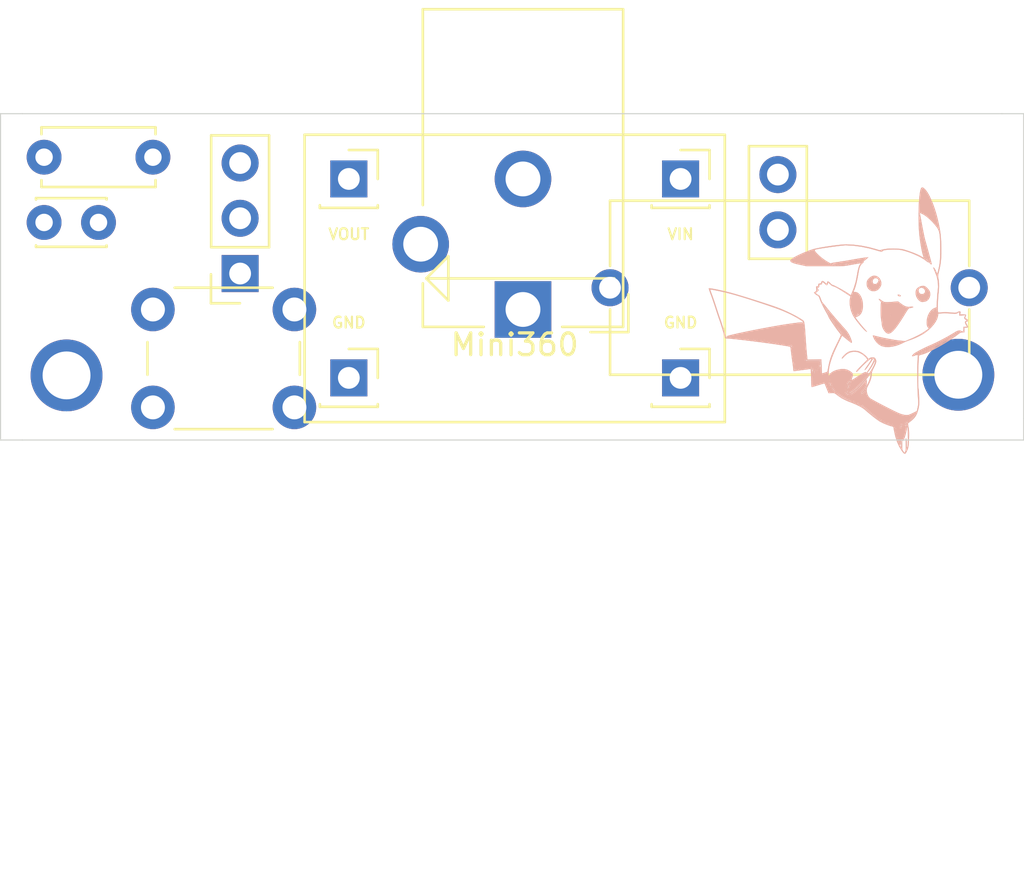
<source format=kicad_pcb>
(kicad_pcb (version 20171130) (host pcbnew "(5.1.5-0-10_14)")

  (general
    (thickness 1.6)
    (drawings 8)
    (tracks 0)
    (zones 0)
    (modules 8)
    (nets 1)
  )

  (page A4)
  (layers
    (0 F.Cu signal)
    (31 B.Cu signal)
    (32 B.Adhes user)
    (33 F.Adhes user)
    (34 B.Paste user)
    (35 F.Paste user)
    (36 B.SilkS user)
    (37 F.SilkS user)
    (38 B.Mask user)
    (39 F.Mask user)
    (40 Dwgs.User user)
    (41 Cmts.User user)
    (42 Eco1.User user)
    (43 Eco2.User user)
    (44 Edge.Cuts user)
    (45 Margin user)
    (46 B.CrtYd user)
    (47 F.CrtYd user hide)
    (48 B.Fab user)
    (49 F.Fab user hide)
  )

  (setup
    (last_trace_width 0.25)
    (trace_clearance 0.2)
    (zone_clearance 0.508)
    (zone_45_only no)
    (trace_min 0.2)
    (via_size 0.8)
    (via_drill 0.4)
    (via_min_size 0.4)
    (via_min_drill 0.3)
    (uvia_size 0.3)
    (uvia_drill 0.1)
    (uvias_allowed no)
    (uvia_min_size 0.2)
    (uvia_min_drill 0.1)
    (edge_width 0.05)
    (segment_width 0.2)
    (pcb_text_width 0.3)
    (pcb_text_size 1.5 1.5)
    (mod_edge_width 0.12)
    (mod_text_size 1 1)
    (mod_text_width 0.15)
    (pad_size 1.524 1.524)
    (pad_drill 0.762)
    (pad_to_mask_clearance 0.051)
    (solder_mask_min_width 0.25)
    (aux_axis_origin 0 0)
    (visible_elements FFFFFF7F)
    (pcbplotparams
      (layerselection 0x010fc_ffffffff)
      (usegerberextensions false)
      (usegerberattributes false)
      (usegerberadvancedattributes false)
      (creategerberjobfile false)
      (excludeedgelayer true)
      (linewidth 0.100000)
      (plotframeref false)
      (viasonmask false)
      (mode 1)
      (useauxorigin false)
      (hpglpennumber 1)
      (hpglpenspeed 20)
      (hpglpendiameter 15.000000)
      (psnegative false)
      (psa4output false)
      (plotreference true)
      (plotvalue true)
      (plotinvisibletext false)
      (padsonsilk false)
      (subtractmaskfromsilk false)
      (outputformat 1)
      (mirror false)
      (drillshape 1)
      (scaleselection 1)
      (outputdirectory ""))
  )

  (net 0 "")

  (net_class Default "This is the default net class."
    (clearance 0.2)
    (trace_width 0.25)
    (via_dia 0.8)
    (via_drill 0.4)
    (uvia_dia 0.3)
    (uvia_drill 0.1)
  )

  (module footprints-nad:pikachu1 (layer B.Cu) (tedit 0) (tstamp 5EA49BEB)
    (at 93.5 40.5 180)
    (fp_text reference G*** (at 0 0) (layer B.SilkS) hide
      (effects (font (size 1.524 1.524) (thickness 0.3)) (justify mirror))
    )
    (fp_text value LOGO (at 0.75 0) (layer B.SilkS) hide
      (effects (font (size 1.524 1.524) (thickness 0.3)) (justify mirror))
    )
    (fp_poly (pts (xy -1.54137 2.036378) (xy -1.470971 1.995543) (xy -1.421185 1.955589) (xy -1.347738 1.882139)
      (xy -1.306308 1.808498) (xy -1.289595 1.718775) (xy -1.288205 1.666032) (xy -1.307128 1.551887)
      (xy -1.357923 1.457793) (xy -1.433624 1.387991) (xy -1.527269 1.346723) (xy -1.631895 1.338231)
      (xy -1.740538 1.366758) (xy -1.762177 1.377301) (xy -1.842671 1.439133) (xy -1.910955 1.52633)
      (xy -1.954401 1.621925) (xy -1.959323 1.642155) (xy -1.961239 1.74315) (xy -1.932132 1.842967)
      (xy -1.835272 1.842967) (xy -1.83309 1.80916) (xy -1.809075 1.762418) (xy -1.801093 1.749366)
      (xy -1.764515 1.699123) (xy -1.726726 1.676984) (xy -1.672511 1.672166) (xy -1.61723 1.67658)
      (xy -1.587473 1.69686) (xy -1.568365 1.738936) (xy -1.556266 1.794802) (xy -1.568982 1.844453)
      (xy -1.583356 1.871228) (xy -1.616585 1.915667) (xy -1.657896 1.933926) (xy -1.704292 1.93675)
      (xy -1.764696 1.930624) (xy -1.801133 1.906655) (xy -1.817883 1.881658) (xy -1.835272 1.842967)
      (xy -1.932132 1.842967) (xy -1.93197 1.843521) (xy -1.877814 1.933453) (xy -1.805067 2.003133)
      (xy -1.720027 2.042745) (xy -1.699891 2.046505) (xy -1.612347 2.051626) (xy -1.54137 2.036378)) (layer B.SilkS) (width 0.01))
    (fp_poly (pts (xy -2.717605 1.179099) (xy -2.715387 1.177276) (xy -2.71692 1.153631) (xy -2.730076 1.132928)
      (xy -2.76639 1.108814) (xy -2.810659 1.101283) (xy -2.846312 1.11062) (xy -2.8575 1.130735)
      (xy -2.839484 1.153257) (xy -2.797799 1.172874) (xy -2.75099 1.183512) (xy -2.717605 1.179099)) (layer B.SilkS) (width 0.01))
    (fp_poly (pts (xy -3.779693 1.572149) (xy -3.687976 1.5317) (xy -3.610486 1.474552) (xy -3.566701 1.418394)
      (xy -3.536297 1.316451) (xy -3.538621 1.202286) (xy -3.570971 1.086844) (xy -3.630642 0.981067)
      (xy -3.690997 0.915277) (xy -3.750482 0.87054) (xy -3.807125 0.850798) (xy -3.868945 0.847153)
      (xy -3.982151 0.864967) (xy -4.048299 0.893746) (xy -4.12895 0.963414) (xy -4.183519 1.057754)
      (xy -4.208862 1.165854) (xy -4.201838 1.276807) (xy -4.191303 1.307615) (xy -3.970508 1.307615)
      (xy -3.949429 1.259262) (xy -3.901113 1.219953) (xy -3.834341 1.204578) (xy -3.76628 1.214201)
      (xy -3.718282 1.24493) (xy -3.678052 1.312606) (xy -3.66885 1.384238) (xy -3.691705 1.446393)
      (xy -3.701962 1.458295) (xy -3.763409 1.495909) (xy -3.828988 1.499739) (xy -3.890593 1.476305)
      (xy -3.940119 1.432127) (xy -3.96946 1.373724) (xy -3.970508 1.307615) (xy -4.191303 1.307615)
      (xy -4.178404 1.345336) (xy -4.143374 1.400084) (xy -4.089843 1.463951) (xy -4.051877 1.501993)
      (xy -3.991279 1.552861) (xy -3.941738 1.578751) (xy -3.887226 1.587219) (xy -3.870541 1.5875)
      (xy -3.779693 1.572149)) (layer B.SilkS) (width 0.01))
    (fp_poly (pts (xy -1.84461 0.975019) (xy -1.86454 0.943117) (xy -1.894707 0.913197) (xy -1.935667 0.871005)
      (xy -1.949594 0.831872) (xy -1.943929 0.774289) (xy -1.943538 0.772071) (xy -1.934037 0.686006)
      (xy -1.929181 0.57016) (xy -1.928735 0.436804) (xy -1.932459 0.298209) (xy -1.940119 0.166645)
      (xy -1.951476 0.054382) (xy -1.958239 0.010583) (xy -1.972893 -0.077377) (xy -1.983841 -0.156097)
      (xy -1.98907 -0.210805) (xy -1.98925 -0.217189) (xy -2.003765 -0.292723) (xy -2.041427 -0.382641)
      (xy -2.094772 -0.472089) (xy -2.152895 -0.542817) (xy -2.223874 -0.596733) (xy -2.294487 -0.611667)
      (xy -2.371732 -0.587879) (xy -2.427065 -0.553045) (xy -2.508018 -0.480861) (xy -2.604574 -0.370596)
      (xy -2.716009 -0.223226) (xy -2.841601 -0.039729) (xy -2.980627 0.178917) (xy -3.022121 0.246944)
      (xy -2.405945 0.246944) (xy -2.403039 0.234361) (xy -2.391833 0.232833) (xy -2.374411 0.240578)
      (xy -2.377722 0.246944) (xy -2.402842 0.249478) (xy -2.405945 0.246944) (xy -3.022121 0.246944)
      (xy -3.039336 0.275166) (xy -3.106063 0.384505) (xy -3.156031 0.462437) (xy -3.193511 0.514299)
      (xy -3.222774 0.545426) (xy -3.24809 0.561151) (xy -3.272763 0.566721) (xy -3.365483 0.579893)
      (xy -3.416954 0.597958) (xy -3.429 0.615518) (xy -3.408602 0.626809) (xy -3.348135 0.628148)
      (xy -3.28462 0.623336) (xy -3.194842 0.619576) (xy -3.115863 0.630249) (xy -3.037412 0.65914)
      (xy -2.949216 0.710031) (xy -2.841002 0.786706) (xy -2.840946 0.786748) (xy -2.729142 0.87023)
      (xy -2.438779 0.84634) (xy -2.307415 0.836563) (xy -2.209265 0.833128) (xy -2.135477 0.837623)
      (xy -2.077201 0.851637) (xy -2.025585 0.876759) (xy -1.971777 0.91458) (xy -1.946223 0.93477)
      (xy -1.890459 0.972942) (xy -1.854919 0.985659) (xy -1.84461 0.975019)) (layer B.SilkS) (width 0.01))
    (fp_poly (pts (xy -3.819973 6.106767) (xy -3.789162 6.069724) (xy -3.778406 6.046721) (xy -3.752671 5.961246)
      (xy -3.730146 5.839143) (xy -3.711006 5.686013) (xy -3.695427 5.507452) (xy -3.683582 5.309059)
      (xy -3.675647 5.096432) (xy -3.671796 4.875169) (xy -3.672204 4.650868) (xy -3.677046 4.429126)
      (xy -3.686496 4.215543) (xy -3.700728 4.015716) (xy -3.711581 3.90525) (xy -3.733051 3.730742)
      (xy -3.758855 3.553866) (xy -3.787459 3.383043) (xy -3.817329 3.226693) (xy -3.846932 3.093235)
      (xy -3.874733 2.991092) (xy -3.882206 2.968625) (xy -3.899091 2.915163) (xy -3.905441 2.882939)
      (xy -3.903891 2.878666) (xy -3.881476 2.888959) (xy -3.836824 2.914888) (xy -3.814871 2.928501)
      (xy -3.711707 2.985353) (xy -3.573381 3.048734) (xy -3.406071 3.116044) (xy -3.215952 3.184684)
      (xy -3.167077 3.201246) (xy -3.066753 3.234243) (xy -2.987383 3.257726) (xy -2.91743 3.273553)
      (xy -2.845358 3.283584) (xy -2.759632 3.289676) (xy -2.648714 3.293688) (xy -2.582333 3.295441)
      (xy -2.436917 3.297817) (xy -2.322197 3.296162) (xy -2.226666 3.289772) (xy -2.138818 3.277947)
      (xy -2.065494 3.263924) (xy -1.876738 3.224119) (xy -1.716244 3.273725) (xy -1.374551 3.365802)
      (xy -1.025784 3.434223) (xy -0.682355 3.476996) (xy -0.356677 3.49213) (xy -0.355146 3.492133)
      (xy -0.243368 3.488187) (xy -0.100456 3.476846) (xy 0.065514 3.459306) (xy 0.246467 3.436764)
      (xy 0.434328 3.410418) (xy 0.621022 3.381465) (xy 0.798473 3.3511) (xy 0.958607 3.320523)
      (xy 1.093348 3.290929) (xy 1.194621 3.263515) (xy 1.201049 3.261448) (xy 1.36226 3.205256)
      (xy 1.526384 3.141723) (xy 1.686723 3.073984) (xy 1.836579 3.005177) (xy 1.969254 2.938436)
      (xy 2.078051 2.876899) (xy 2.156272 2.823701) (xy 2.179914 2.803118) (xy 2.214041 2.762037)
      (xy 2.217413 2.73016) (xy 2.209712 2.714396) (xy 2.184605 2.685261) (xy 2.144415 2.659119)
      (xy 2.083472 2.633906) (xy 1.996107 2.607557) (xy 1.87665 2.578007) (xy 1.769034 2.553905)
      (xy 1.471083 2.488976) (xy 0.624417 2.488046) (xy 0.411993 2.487885) (xy 0.236586 2.488082)
      (xy 0.092878 2.488898) (xy -0.024448 2.490589) (xy -0.120708 2.493416) (xy -0.201219 2.497637)
      (xy -0.271299 2.503509) (xy -0.336264 2.511293) (xy -0.401431 2.521245) (xy -0.416573 2.523897)
      (xy 0.097695 2.523897) (xy 0.129481 2.521429) (xy 0.133343 2.521267) (xy 0.195467 2.529513)
      (xy 0.255051 2.551127) (xy 0.297487 2.575962) (xy 0.317306 2.593254) (xy 0.3175 2.594205)
      (xy 0.301803 2.593676) (xy 0.269875 2.579159) (xy 0.215218 2.556812) (xy 0.149541 2.538793)
      (xy 0.148167 2.538515) (xy 0.103193 2.528743) (xy 0.097695 2.523897) (xy -0.416573 2.523897)
      (xy -0.472117 2.533625) (xy -0.529167 2.544142) (xy -0.562853 2.550339) (xy -0.136106 2.550339)
      (xy -0.113229 2.547006) (xy -0.074083 2.546054) (xy -0.023886 2.547399) (xy -0.008403 2.550583)
      (xy 0.042333 2.550583) (xy 0.052917 2.54) (xy 0.0635 2.550583) (xy 0.052917 2.561166)
      (xy 0.042333 2.550583) (xy -0.008403 2.550583) (xy -0.005538 2.551172) (xy -0.015584 2.5549)
      (xy -0.073653 2.558711) (xy -0.121417 2.555189) (xy -0.136106 2.550339) (xy -0.562853 2.550339)
      (xy -0.646725 2.565768) (xy -0.75741 2.585742) (xy -0.766643 2.58737) (xy -0.429027 2.58737)
      (xy -0.422233 2.581205) (xy -0.392589 2.571483) (xy -0.346766 2.564268) (xy -0.29906 2.560623)
      (xy -0.263768 2.56161) (xy -0.255185 2.568291) (xy -0.255764 2.568838) (xy -0.265841 2.57175)
      (xy -0.232833 2.57175) (xy -0.22225 2.561166) (xy -0.211667 2.57175) (xy -0.22225 2.582333)
      (xy -0.232833 2.57175) (xy -0.265841 2.57175) (xy -0.280277 2.575921) (xy -0.331835 2.584845)
      (xy -0.358733 2.588552) (xy -0.413389 2.59294) (xy -0.429027 2.58737) (xy -0.766643 2.58737)
      (xy -0.850729 2.602195) (xy -0.908453 2.611955) (xy -0.572796 2.611955) (xy -0.543528 2.608615)
      (xy -0.529167 2.608411) (xy -0.490658 2.610617) (xy -0.48612 2.616112) (xy -0.492125 2.618091)
      (xy -0.545809 2.621382) (xy -0.566208 2.618091) (xy -0.572796 2.611955) (xy -0.908453 2.611955)
      (xy -0.91619 2.613263) (xy -0.929186 2.615308) (xy -1.022289 2.62945) (xy -0.978547 2.56802)
      (xy -0.939844 2.492149) (xy -0.903303 2.377869) (xy -0.870008 2.229093) (xy -0.847563 2.0955)
      (xy -0.784974 1.775008) (xy -0.697231 1.487227) (xy -0.655606 1.382578) (xy -0.620149 1.29759)
      (xy -0.592076 1.226494) (xy -0.574997 1.178655) (xy -0.5715 1.164397) (xy -0.556226 1.164103)
      (xy -0.516536 1.184883) (xy -0.470958 1.215289) (xy -0.394905 1.266652) (xy -0.300124 1.325746)
      (xy -0.193725 1.388678) (xy -0.08282 1.451554) (xy 0.025482 1.51048) (xy 0.124069 1.561562)
      (xy 0.205832 1.600906) (xy 0.263659 1.624619) (xy 0.286069 1.629833) (xy 0.314668 1.644865)
      (xy 0.357921 1.683467) (xy 0.388938 1.717147) (xy 0.444802 1.770792) (xy 0.48985 1.791703)
      (xy 0.51948 1.779209) (xy 0.529167 1.73758) (xy 0.53856 1.693928) (xy 0.565696 1.688128)
      (xy 0.609004 1.720358) (xy 0.616048 1.727679) (xy 0.681631 1.787682) (xy 0.732943 1.810767)
      (xy 0.773422 1.798466) (xy 0.773936 1.798044) (xy 0.800276 1.756216) (xy 0.804333 1.733075)
      (xy 0.815899 1.703404) (xy 0.856904 1.69349) (xy 0.866492 1.693333) (xy 0.910147 1.687791)
      (xy 0.929309 1.662454) (xy 0.935284 1.624541) (xy 0.944495 1.577479) (xy 0.966099 1.561591)
      (xy 0.991762 1.562748) (xy 1.020905 1.564341) (xy 1.033594 1.551604) (xy 1.03347 1.514514)
      (xy 1.027219 1.465126) (xy 1.020556 1.401041) (xy 1.02642 1.362804) (xy 1.049645 1.334636)
      (xy 1.072619 1.316953) (xy 1.132407 1.2734) (xy 1.082696 1.220485) (xy 1.02833 1.174697)
      (xy 0.972586 1.142552) (xy 0.936226 1.120436) (xy 0.907626 1.082354) (xy 0.880124 1.017938)
      (xy 0.866073 0.976809) (xy 0.832619 0.889774) (xy 0.781468 0.775745) (xy 0.717116 0.643777)
      (xy 0.644058 0.502928) (xy 0.566789 0.362254) (xy 0.525224 0.29011) (xy 0.492199 0.229871)
      (xy 0.470572 0.182807) (xy 0.465667 0.165134) (xy 0.453945 0.137743) (xy 0.421764 0.082741)
      (xy 0.373593 0.006726) (xy 0.313906 -0.0837) (xy 0.247173 -0.181938) (xy 0.177867 -0.281388)
      (xy 0.110461 -0.375449) (xy 0.049424 -0.457521) (xy 0.007989 -0.510356) (xy -0.043895 -0.57664)
      (xy -0.083386 -0.63184) (xy -0.104157 -0.666925) (xy -0.105833 -0.672841) (xy -0.09682 -0.697651)
      (xy -0.071586 -0.754553) (xy -0.032836 -0.83777) (xy 0.016721 -0.94153) (xy 0.07438 -1.060057)
      (xy 0.101546 -1.115253) (xy 0.195462 -1.309417) (xy 0.270983 -1.475907) (xy 0.331296 -1.623467)
      (xy 0.379588 -1.760842) (xy 0.419047 -1.896776) (xy 0.452859 -2.040014) (xy 0.470916 -2.128737)
      (xy 0.516433 -2.363057) (xy 0.639217 -2.406071) (xy 0.703628 -2.426612) (xy 0.749098 -2.43727)
      (xy 0.764732 -2.436334) (xy 0.766524 -2.411768) (xy 0.769634 -2.352622) (xy 0.770271 -2.339106)
      (xy 1.090363 -2.339106) (xy 1.094399 -2.370125) (xy 1.094977 -2.372364) (xy 1.10753 -2.400736)
      (xy 1.117341 -2.394727) (xy 1.112667 -2.356386) (xy 1.104232 -2.344599) (xy 1.090363 -2.339106)
      (xy 0.770271 -2.339106) (xy 0.772277 -2.296584) (xy 0.956626 -2.296584) (xy 0.958914 -2.332732)
      (xy 0.96554 -2.335915) (xy 0.966384 -2.334028) (xy 0.968005 -2.31775) (xy 1.121833 -2.31775)
      (xy 1.132417 -2.328334) (xy 1.143 -2.31775) (xy 1.132417 -2.307167) (xy 1.121833 -2.31775)
      (xy 0.968005 -2.31775) (xy 0.970115 -2.296584) (xy 1.058333 -2.296584) (xy 1.068917 -2.307167)
      (xy 1.071339 -2.304745) (xy 1.180577 -2.304745) (xy 1.192604 -2.338341) (xy 1.207224 -2.365807)
      (xy 1.215531 -2.364371) (xy 1.220566 -2.328942) (xy 1.223436 -2.286754) (xy 1.229585 -2.223812)
      (xy 1.233815 -2.213106) (xy 1.570724 -2.213106) (xy 1.596165 -2.216613) (xy 1.61925 -2.217162)
      (xy 1.662813 -2.215459) (xy 1.674056 -2.210662) (xy 1.667122 -2.207957) (xy 1.616291 -2.204014)
      (xy 1.582455 -2.20753) (xy 1.570724 -2.213106) (xy 1.233815 -2.213106) (xy 1.24181 -2.192878)
      (xy 1.395704 -2.192878) (xy 1.424972 -2.196218) (xy 1.439333 -2.196423) (xy 1.477842 -2.194216)
      (xy 1.48238 -2.188722) (xy 1.476375 -2.186743) (xy 1.422691 -2.183451) (xy 1.402292 -2.186743)
      (xy 1.395704 -2.192878) (xy 1.24181 -2.192878) (xy 1.242483 -2.191177) (xy 1.268847 -2.176822)
      (xy 1.286936 -2.173115) (xy 1.322258 -2.166665) (xy 1.317589 -2.165032) (xy 1.280583 -2.16652)
      (xy 1.235906 -2.174427) (xy 1.216319 -2.201324) (xy 1.21042 -2.238777) (xy 1.201332 -2.282295)
      (xy 1.187856 -2.297735) (xy 1.185941 -2.296959) (xy 1.180577 -2.304745) (xy 1.071339 -2.304745)
      (xy 1.0795 -2.296584) (xy 1.068917 -2.286) (xy 1.058333 -2.296584) (xy 0.970115 -2.296584)
      (xy 0.970571 -2.292008) (xy 0.967168 -2.270528) (xy 0.96043 -2.261896) (xy 0.956766 -2.29001)
      (xy 0.956626 -2.296584) (xy 0.772277 -2.296584) (xy 0.773691 -2.266618) (xy 0.774235 -2.25425)
      (xy 1.037167 -2.25425) (xy 1.04775 -2.264834) (xy 1.058333 -2.25425) (xy 1.04775 -2.243667)
      (xy 1.037167 -2.25425) (xy 0.774235 -2.25425) (xy 0.77711 -2.188986) (xy 0.933004 -2.188986)
      (xy 0.936896 -2.21644) (xy 0.944121 -2.216768) (xy 0.944986 -2.211917) (xy 0.973667 -2.211917)
      (xy 0.98425 -2.2225) (xy 0.994833 -2.211917) (xy 0.98425 -2.201334) (xy 0.973667 -2.211917)
      (xy 0.944986 -2.211917) (xy 0.949174 -2.188438) (xy 0.945792 -2.176198) (xy 0.936394 -2.168181)
      (xy 0.933004 -2.188986) (xy 0.77711 -2.188986) (xy 0.778322 -2.161473) (xy 0.780607 -2.107244)
      (xy 0.791647 -1.8415) (xy 0.8255 -1.8415) (xy 0.8255 -2.003778) (xy 0.82621 -2.079139)
      (xy 0.828093 -2.133427) (xy 0.830777 -2.157136) (xy 0.831489 -2.157236) (xy 0.837942 -2.148417)
      (xy 2.010833 -2.148417) (xy 2.021417 -2.159) (xy 2.032 -2.148417) (xy 2.021417 -2.137834)
      (xy 2.010833 -2.148417) (xy 0.837942 -2.148417) (xy 0.847535 -2.135307) (xy 0.861514 -2.116667)
      (xy 0.910167 -2.116667) (xy 0.917911 -2.134089) (xy 0.924278 -2.130778) (xy 0.926811 -2.105658)
      (xy 0.924278 -2.102556) (xy 0.911694 -2.105461) (xy 0.910167 -2.116667) (xy 0.861514 -2.116667)
      (xy 0.868531 -2.107312) (xy 0.884371 -2.080972) (xy 0.873125 -2.082103) (xy 0.857431 -2.080712)
      (xy 0.849113 -2.048794) (xy 0.848132 -2.021417) (xy 2.038054 -2.021417) (xy 2.039399 -2.071614)
      (xy 2.043172 -2.089963) (xy 2.0469 -2.079916) (xy 2.050711 -2.021847) (xy 2.047189 -1.974083)
      (xy 2.042339 -1.959394) (xy 2.039006 -1.982271) (xy 2.038054 -2.021417) (xy 0.848132 -2.021417)
      (xy 0.846667 -1.980566) (xy 0.846667 -1.862667) (xy 1.502833 -1.862667) (xy 1.502382 -1.852084)
      (xy 2.057293 -1.852084) (xy 2.059581 -1.888232) (xy 2.066207 -1.891415) (xy 2.06705 -1.889528)
      (xy 2.071238 -1.847508) (xy 2.067835 -1.826028) (xy 2.061097 -1.817396) (xy 2.057433 -1.84551)
      (xy 2.057293 -1.852084) (xy 1.502382 -1.852084) (xy 1.499446 -1.783292) (xy 1.496983 -1.733677)
      (xy 1.494483 -1.725084) (xy 2.07846 -1.725084) (xy 2.080747 -1.761232) (xy 2.087374 -1.764415)
      (xy 2.088217 -1.762528) (xy 2.092404 -1.720508) (xy 2.089001 -1.699028) (xy 2.082264 -1.690396)
      (xy 2.078599 -1.71851) (xy 2.07846 -1.725084) (xy 1.494483 -1.725084) (xy 1.494375 -1.724715)
      (xy 1.489766 -1.75476) (xy 1.487521 -1.772709) (xy 1.478984 -1.8415) (xy 0.8255 -1.8415)
      (xy 0.791647 -1.8415) (xy 0.79375 -1.790904) (xy 1.430062 -1.802448) (xy 1.451814 -1.608667)
      (xy 1.507744 -1.608667) (xy 1.509951 -1.647176) (xy 1.515445 -1.651714) (xy 1.517424 -1.645709)
      (xy 1.520344 -1.598084) (xy 2.099626 -1.598084) (xy 2.101914 -1.634232) (xy 2.10854 -1.637415)
      (xy 2.109384 -1.635528) (xy 2.113571 -1.593508) (xy 2.110168 -1.572028) (xy 2.10343 -1.563396)
      (xy 2.099766 -1.59151) (xy 2.099626 -1.598084) (xy 1.520344 -1.598084) (xy 1.520716 -1.592025)
      (xy 1.517424 -1.571625) (xy 1.511289 -1.565038) (xy 1.507949 -1.594306) (xy 1.507744 -1.608667)
      (xy 1.451814 -1.608667) (xy 1.455788 -1.573266) (xy 1.464653 -1.484554) (xy 1.470429 -1.418167)
      (xy 1.530343 -1.418167) (xy 1.531655 -1.470423) (xy 1.535072 -1.490008) (xy 1.539161 -1.476375)
      (xy 1.541628 -1.42875) (xy 2.12272 -1.42875) (xy 2.124066 -1.478947) (xy 2.127838 -1.497296)
      (xy 2.131566 -1.48725) (xy 2.135378 -1.42918) (xy 2.131855 -1.381416) (xy 2.127006 -1.366728)
      (xy 2.123673 -1.389605) (xy 2.12272 -1.42875) (xy 1.541628 -1.42875) (xy 1.542704 -1.408005)
      (xy 1.539161 -1.359959) (xy 1.534546 -1.346827) (xy 1.531354 -1.370866) (xy 1.530343 -1.418167)
      (xy 1.470429 -1.418167) (xy 1.475213 -1.363196) (xy 1.484409 -1.247775) (xy 2.140337 -1.247775)
      (xy 2.142761 -1.282384) (xy 2.147335 -1.278558) (xy 2.156212 -1.240354) (xy 2.179344 -1.190426)
      (xy 2.211917 -1.162467) (xy 2.236244 -1.149385) (xy 2.221442 -1.144488) (xy 2.173011 -1.160577)
      (xy 2.144506 -1.207194) (xy 2.140337 -1.247775) (xy 1.484409 -1.247775) (xy 1.486717 -1.218807)
      (xy 1.493902 -1.121834) (xy 1.551941 -1.121834) (xy 1.553025 -1.179985) (xy 1.555884 -1.205877)
      (xy 1.559929 -1.194766) (xy 1.560478 -1.190625) (xy 1.5631 -1.13507) (xy 2.283063 -1.13507)
      (xy 2.311177 -1.138734) (xy 2.31775 -1.138874) (xy 2.353899 -1.136586) (xy 2.357081 -1.12996)
      (xy 2.355194 -1.129116) (xy 2.313175 -1.124929) (xy 2.291694 -1.128332) (xy 2.283063 -1.13507)
      (xy 1.5631 -1.13507) (xy 1.563981 -1.116404) (xy 1.563843 -1.113903) (xy 2.410063 -1.113903)
      (xy 2.438177 -1.117567) (xy 2.44475 -1.117707) (xy 2.480899 -1.115419) (xy 2.484081 -1.108793)
      (xy 2.482194 -1.10795) (xy 2.440175 -1.103762) (xy 2.418694 -1.107165) (xy 2.410063 -1.113903)
      (xy 1.563843 -1.113903) (xy 1.562764 -1.094374) (xy 2.532049 -1.094374) (xy 2.561167 -1.097325)
      (xy 2.591215 -1.093998) (xy 2.587625 -1.086649) (xy 2.544289 -1.083853) (xy 2.534708 -1.086649)
      (xy 2.532049 -1.094374) (xy 1.562764 -1.094374) (xy 1.561594 -1.073208) (xy 2.659049 -1.073208)
      (xy 2.688167 -1.076158) (xy 2.718215 -1.072832) (xy 2.714625 -1.065482) (xy 2.671289 -1.062686)
      (xy 2.661708 -1.065482) (xy 2.659049 -1.073208) (xy 1.561594 -1.073208) (xy 1.560478 -1.053042)
      (xy 1.559793 -1.050403) (xy 2.791063 -1.050403) (xy 2.819177 -1.054067) (xy 2.82575 -1.054207)
      (xy 2.861899 -1.051919) (xy 2.865081 -1.045293) (xy 2.863194 -1.04445) (xy 2.821175 -1.040262)
      (xy 2.799694 -1.043665) (xy 2.791063 -1.050403) (xy 1.559793 -1.050403) (xy 1.556328 -1.037066)
      (xy 1.553292 -1.058676) (xy 1.551959 -1.113127) (xy 1.551941 -1.121834) (xy 1.493902 -1.121834)
      (xy 1.49841 -1.061003) (xy 1.500598 -1.029236) (xy 2.939229 -1.029236) (xy 2.967343 -1.032901)
      (xy 2.973917 -1.03304) (xy 3.010065 -1.030753) (xy 3.013248 -1.024126) (xy 3.011361 -1.023283)
      (xy 2.969341 -1.019096) (xy 2.947861 -1.022499) (xy 2.939229 -1.029236) (xy 1.500598 -1.029236)
      (xy 1.502092 -1.007545) (xy 3.067871 -1.007545) (xy 3.097139 -1.010885) (xy 3.1115 -1.011089)
      (xy 3.150009 -1.008883) (xy 3.154547 -1.003388) (xy 3.148542 -1.001409) (xy 3.094858 -0.998118)
      (xy 3.074458 -1.001409) (xy 3.067871 -1.007545) (xy 1.502092 -1.007545) (xy 1.503513 -0.986903)
      (xy 3.235563 -0.986903) (xy 3.263677 -0.990567) (xy 3.27025 -0.990707) (xy 3.306399 -0.988419)
      (xy 3.309581 -0.981793) (xy 3.307694 -0.98095) (xy 3.265675 -0.976762) (xy 3.244194 -0.980165)
      (xy 3.235563 -0.986903) (xy 1.503513 -0.986903) (xy 1.505007 -0.965211) (xy 3.364204 -0.965211)
      (xy 3.393472 -0.968551) (xy 3.407833 -0.968756) (xy 3.446342 -0.966549) (xy 3.45088 -0.961055)
      (xy 3.444875 -0.959076) (xy 3.391191 -0.955784) (xy 3.370792 -0.959076) (xy 3.364204 -0.965211)
      (xy 1.505007 -0.965211) (xy 1.506529 -0.943106) (xy 3.518057 -0.943106) (xy 3.543498 -0.946613)
      (xy 3.566583 -0.947162) (xy 3.610146 -0.945459) (xy 3.62139 -0.940662) (xy 3.614455 -0.937957)
      (xy 3.563625 -0.934014) (xy 3.529788 -0.93753) (xy 3.518057 -0.943106) (xy 1.506529 -0.943106)
      (xy 1.507987 -0.921939) (xy 3.68739 -0.921939) (xy 3.712832 -0.925447) (xy 3.735917 -0.925996)
      (xy 3.779479 -0.924292) (xy 3.790723 -0.919495) (xy 3.783788 -0.91679) (xy 3.732958 -0.912848)
      (xy 3.699122 -0.916363) (xy 3.68739 -0.921939) (xy 1.507987 -0.921939) (xy 1.509345 -0.902236)
      (xy 3.870563 -0.902236) (xy 3.898677 -0.905901) (xy 3.90525 -0.90604) (xy 3.941399 -0.903753)
      (xy 3.944581 -0.897126) (xy 3.942694 -0.896283) (xy 3.900675 -0.892096) (xy 3.879194 -0.895499)
      (xy 3.870563 -0.902236) (xy 1.509345 -0.902236) (xy 1.509541 -0.8994) (xy 1.510761 -0.880545)
      (xy 4.020371 -0.880545) (xy 4.049639 -0.883885) (xy 4.064 -0.884089) (xy 4.102509 -0.881883)
      (xy 4.107047 -0.876388) (xy 4.101042 -0.874409) (xy 4.047358 -0.871118) (xy 4.026958 -0.874409)
      (xy 4.020371 -0.880545) (xy 1.510761 -0.880545) (xy 1.514325 -0.8255) (xy 1.518476 -0.762)
      (xy 1.573729 -0.762) (xy 1.574525 -0.830687) (xy 1.576662 -0.86771) (xy 1.579768 -0.868918)
      (xy 1.580929 -0.859378) (xy 4.189704 -0.859378) (xy 4.218972 -0.862718) (xy 4.233333 -0.862923)
      (xy 4.271842 -0.860716) (xy 4.27638 -0.855222) (xy 4.270375 -0.853243) (xy 4.216691 -0.849951)
      (xy 4.196292 -0.853243) (xy 4.189704 -0.859378) (xy 1.580929 -0.859378) (xy 1.581832 -0.851959)
      (xy 1.582449 -0.836328) (xy 4.372394 -0.836328) (xy 4.395271 -0.839661) (xy 4.434417 -0.840613)
      (xy 4.484614 -0.839268) (xy 4.502962 -0.835495) (xy 4.492916 -0.831767) (xy 4.434847 -0.827955)
      (xy 4.387083 -0.831478) (xy 4.372394 -0.836328) (xy 1.582449 -0.836328) (xy 1.583211 -0.817045)
      (xy 4.570704 -0.817045) (xy 4.599972 -0.820385) (xy 4.614333 -0.820589) (xy 4.652842 -0.818383)
      (xy 4.65738 -0.812888) (xy 4.651375 -0.810909) (xy 4.597691 -0.807618) (xy 4.577292 -0.810909)
      (xy 4.570704 -0.817045) (xy 1.583211 -0.817045) (xy 1.584131 -0.79375) (xy 4.720167 -0.79375)
      (xy 4.73075 -0.804334) (xy 4.741089 -0.793994) (xy 4.795727 -0.793994) (xy 4.818604 -0.797327)
      (xy 4.85775 -0.79828) (xy 4.907947 -0.796934) (xy 4.926296 -0.793162) (xy 4.916249 -0.789434)
      (xy 4.85818 -0.785622) (xy 4.810416 -0.789145) (xy 4.795727 -0.793994) (xy 4.741089 -0.793994)
      (xy 4.741333 -0.79375) (xy 4.73075 -0.783167) (xy 4.720167 -0.79375) (xy 1.584131 -0.79375)
      (xy 1.585163 -0.767665) (xy 1.582561 -0.680944) (xy 1.581832 -0.672042) (xy 1.57834 -0.650948)
      (xy 1.575604 -0.668036) (xy 1.573997 -0.719158) (xy 1.573729 -0.762) (xy 1.518476 -0.762)
      (xy 1.527839 -0.618817) (xy 1.539658 -0.455084) (xy 1.593554 -0.455084) (xy 1.594899 -0.505281)
      (xy 1.598672 -0.523629) (xy 1.6024 -0.513583) (xy 1.606211 -0.455514) (xy 1.602689 -0.40775)
      (xy 1.597839 -0.393061) (xy 1.594506 -0.415938) (xy 1.593554 -0.455084) (xy 1.539658 -0.455084)
      (xy 1.539998 -0.450383) (xy 1.551341 -0.316158) (xy 1.560201 -0.232834) (xy 1.614432 -0.232834)
      (xy 1.616083 -0.278614) (xy 1.620304 -0.291181) (xy 1.623605 -0.280459) (xy 1.627106 -0.218779)
      (xy 1.623605 -0.185209) (xy 1.61837 -0.175178) (xy 1.615049 -0.201771) (xy 1.614432 -0.232834)
      (xy 1.560201 -0.232834) (xy 1.562406 -0.2121) (xy 1.573733 -0.13417) (xy 1.582531 -0.093647)
      (xy 1.630157 -0.093647) (xy 1.634317 -0.12139) (xy 1.64808 -0.109806) (xy 1.64861 -0.108976)
      (xy 1.659771 -0.09942) (xy 1.681789 -0.093762) (xy 1.719104 -0.09237) (xy 1.776155 -0.095609)
      (xy 1.857384 -0.103846) (xy 1.967231 -0.117448) (xy 2.110136 -0.13678) (xy 2.286 -0.161562)
      (xy 2.457723 -0.18728) (xy 2.64964 -0.218214) (xy 2.857635 -0.253539) (xy 3.077594 -0.292428)
      (xy 3.3054 -0.334055) (xy 3.53694 -0.377595) (xy 3.768097 -0.422221) (xy 3.994757 -0.467107)
      (xy 4.212805 -0.511428) (xy 4.418125 -0.554357) (xy 4.606602 -0.595069) (xy 4.774121 -0.632737)
      (xy 4.916567 -0.666536) (xy 5.029825 -0.695639) (xy 5.109779 -0.719221) (xy 5.152315 -0.736456)
      (xy 5.153263 -0.737056) (xy 5.148948 -0.748525) (xy 5.112104 -0.760389) (xy 5.090583 -0.764288)
      (xy 5.005917 -0.77716) (xy 5.090583 -0.779943) (xy 5.17525 -0.782726) (xy 5.277781 -0.438988)
      (xy 5.315841 -0.313553) (xy 5.353904 -0.1919) (xy 5.388666 -0.084334) (xy 5.416822 -0.00116)
      (xy 5.428786 0.03175) (xy 5.450473 0.091786) (xy 5.482054 0.183487) (xy 5.520611 0.298169)
      (xy 5.563228 0.427147) (xy 5.606986 0.561738) (xy 5.610131 0.5715) (xy 5.656677 0.713903)
      (xy 5.7052 0.858558) (xy 5.751989 0.994661) (xy 5.793332 1.111406) (xy 5.824092 1.194312)
      (xy 5.856429 1.281077) (xy 5.880782 1.352273) (xy 5.894367 1.39936) (xy 5.895698 1.413857)
      (xy 5.869813 1.415252) (xy 5.808659 1.4076) (xy 5.718045 1.392089) (xy 5.603779 1.369906)
      (xy 5.47167 1.342238) (xy 5.327526 1.310273) (xy 5.177157 1.275198) (xy 5.026371 1.238202)
      (xy 4.98475 1.22763) (xy 4.842885 1.189459) (xy 4.672029 1.140449) (xy 4.478075 1.082525)
      (xy 4.266914 1.017607) (xy 4.044438 0.947621) (xy 3.816539 0.874488) (xy 3.589108 0.800132)
      (xy 3.368038 0.726475) (xy 3.159219 0.655441) (xy 2.968544 0.588952) (xy 2.801904 0.528932)
      (xy 2.665192 0.477304) (xy 2.579844 0.442703) (xy 2.428908 0.37787) (xy 2.307332 0.324)
      (xy 2.20523 0.276184) (xy 2.112716 0.229513) (xy 2.019905 0.179078) (xy 1.91691 0.119971)
      (xy 1.846792 0.078704) (xy 1.747938 0.018253) (xy 1.682163 -0.027155) (xy 1.64465 -0.061351)
      (xy 1.630583 -0.088167) (xy 1.630157 -0.093647) (xy 1.582531 -0.093647) (xy 1.585859 -0.078324)
      (xy 1.599325 -0.040523) (xy 1.614669 -0.016725) (xy 1.623228 -0.008803) (xy 1.722266 0.059746)
      (xy 1.853442 0.138908) (xy 2.009136 0.224751) (xy 2.18173 0.313346) (xy 2.363602 0.400763)
      (xy 2.547135 0.483071) (xy 2.699883 0.546532) (xy 2.802261 0.585242) (xy 2.939294 0.633953)
      (xy 3.105014 0.690768) (xy 3.293449 0.75379) (xy 3.498631 0.821121) (xy 3.714587 0.890863)
      (xy 3.935348 0.961119) (xy 4.154944 1.029992) (xy 4.367404 1.095584) (xy 4.566758 1.155998)
      (xy 4.747036 1.209335) (xy 4.902267 1.2537) (xy 5.026482 1.287193) (xy 5.045547 1.292037)
      (xy 5.211142 1.332472) (xy 5.372855 1.369903) (xy 5.525368 1.40328) (xy 5.663364 1.431559)
      (xy 5.781524 1.453691) (xy 5.874531 1.46863) (xy 5.937067 1.475328) (xy 5.963742 1.472813)
      (xy 5.961026 1.449783) (xy 5.945289 1.395062) (xy 5.918992 1.316363) (xy 5.884597 1.221394)
      (xy 5.877104 1.201496) (xy 5.837716 1.094068) (xy 5.790127 0.958801) (xy 5.738655 0.80829)
      (xy 5.68762 0.655136) (xy 5.650194 0.53975) (xy 5.607172 0.40649) (xy 5.564921 0.278056)
      (xy 5.526423 0.163336) (xy 5.494663 0.071218) (xy 5.472622 0.010593) (xy 5.472619 0.010583)
      (xy 5.449933 -0.052549) (xy 5.420582 -0.140577) (xy 5.386948 -0.245625) (xy 5.351414 -0.359816)
      (xy 5.316363 -0.475275) (xy 5.284178 -0.584126) (xy 5.257242 -0.678493) (xy 5.237938 -0.750499)
      (xy 5.228649 -0.792268) (xy 5.228167 -0.797395) (xy 5.212371 -0.823258) (xy 5.201708 -0.82576)
      (xy 5.122331 -0.829118) (xy 5.010129 -0.837608) (xy 4.869373 -0.850668) (xy 4.704332 -0.867735)
      (xy 4.519276 -0.888248) (xy 4.318473 -0.911644) (xy 4.106194 -0.93736) (xy 3.886708 -0.964834)
      (xy 3.664285 -0.993505) (xy 3.443193 -1.022809) (xy 3.227702 -1.052184) (xy 3.022083 -1.081069)
      (xy 2.830603 -1.1089) (xy 2.657534 -1.135116) (xy 2.507143 -1.159154) (xy 2.383701 -1.180452)
      (xy 2.291478 -1.198448) (xy 2.234742 -1.212578) (xy 2.220343 -1.218416) (xy 2.212122 -1.241906)
      (xy 2.202781 -1.295968) (xy 2.194326 -1.368958) (xy 2.194242 -1.36986) (xy 2.185871 -1.447037)
      (xy 2.172806 -1.552455) (xy 2.156803 -1.672518) (xy 2.139617 -1.793628) (xy 2.138803 -1.799167)
      (xy 2.121764 -1.917547) (xy 2.105829 -2.033136) (xy 2.092705 -2.133251) (xy 2.084095 -2.205213)
      (xy 2.08365 -2.209394) (xy 2.070595 -2.33387) (xy 1.961339 -2.320718) (xy 1.898579 -2.312892)
      (xy 1.8058 -2.300983) (xy 1.694937 -2.286538) (xy 1.665684 -2.282679) (xy 1.975536 -2.282679)
      (xy 1.994958 -2.285676) (xy 2.022842 -2.273026) (xy 2.029602 -2.22924) (xy 2.029544 -2.227792)
      (xy 2.02632 -2.193035) (xy 2.020219 -2.198553) (xy 2.016513 -2.211917) (xy 1.996852 -2.254272)
      (xy 1.981926 -2.269801) (xy 1.975536 -2.282679) (xy 1.665684 -2.282679) (xy 1.57793 -2.271103)
      (xy 1.56421 -2.26928) (xy 1.483464 -2.258541) (xy 1.875882 -2.258541) (xy 1.905 -2.261491)
      (xy 1.935049 -2.258165) (xy 1.931458 -2.250815) (xy 1.888123 -2.24802) (xy 1.878542 -2.250815)
      (xy 1.875882 -2.258541) (xy 1.483464 -2.258541) (xy 1.308045 -2.235211) (xy 1.734371 -2.235211)
      (xy 1.763639 -2.238551) (xy 1.778 -2.238756) (xy 1.816509 -2.236549) (xy 1.821047 -2.231055)
      (xy 1.815042 -2.229076) (xy 1.761358 -2.225784) (xy 1.740958 -2.229076) (xy 1.734371 -2.235211)
      (xy 1.308045 -2.235211) (xy 1.276337 -2.230994) (xy 1.263736 -2.641874) (xy 1.259344 -2.769342)
      (xy 1.254549 -2.881763) (xy 1.249711 -2.972494) (xy 1.245189 -3.034893) (xy 1.241341 -3.062318)
      (xy 1.240988 -3.062901) (xy 1.218224 -3.060597) (xy 1.162868 -3.04722) (xy 1.082577 -3.024826)
      (xy 0.985004 -2.99547) (xy 0.956133 -2.986441) (xy 0.853875 -2.954669) (xy 0.765651 -2.928135)
      (xy 0.699541 -2.909204) (xy 0.663622 -2.90024) (xy 0.660284 -2.899834) (xy 0.638921 -2.917571)
      (xy 0.618786 -2.958042) (xy 0.601152 -3.004738) (xy 0.572488 -3.076811) (xy 0.538231 -3.160639)
      (xy 0.529103 -3.182623) (xy 0.459775 -3.348995) (xy 0.330429 -3.339485) (xy 0.259991 -3.335752)
      (xy 0.211425 -3.340922) (xy 0.168623 -3.36041) (xy 0.115478 -3.399633) (xy 0.089726 -3.420429)
      (xy -0.14039 -3.581702) (xy -0.384984 -3.703719) (xy -0.437763 -3.724164) (xy -0.653174 -3.807171)
      (xy -0.832436 -3.884517) (xy -0.980889 -3.958939) (xy -1.103874 -4.033176) (xy -1.206733 -4.109966)
      (xy -1.231166 -4.130978) (xy -1.351604 -4.235153) (xy -1.47755 -4.339731) (xy -1.601722 -4.43901)
      (xy -1.716836 -4.527291) (xy -1.815611 -4.598871) (xy -1.890763 -4.64805) (xy -1.894417 -4.650196)
      (xy -2.026547 -4.718559) (xy -2.180397 -4.784707) (xy -2.335802 -4.84027) (xy -2.395112 -4.858)
      (xy -2.514807 -4.891334) (xy -2.539213 -5.033292) (xy -2.600212 -5.319904) (xy -2.679596 -5.57258)
      (xy -2.779402 -5.796436) (xy -2.901668 -5.996586) (xy -2.947797 -6.058959) (xy -2.99931 -6.115808)
      (xy -3.039843 -6.134226) (xy -3.075285 -6.114611) (xy -3.105156 -6.069542) (xy -3.145482 -5.991007)
      (xy -3.175422 -5.920557) (xy -3.19683 -5.849123) (xy -3.211558 -5.767638) (xy -3.221459 -5.667034)
      (xy -3.228386 -5.538242) (xy -3.231656 -5.450417) (xy -3.233852 -5.366675) (xy -3.18449 -5.366675)
      (xy -3.183766 -5.492027) (xy -3.181019 -5.609015) (xy -3.176242 -5.70948) (xy -3.169425 -5.785261)
      (xy -3.160562 -5.828197) (xy -3.158987 -5.831417) (xy -3.146807 -5.845461) (xy -3.13911 -5.834159)
      (xy -3.134894 -5.79221) (xy -3.133159 -5.714313) (xy -3.133021 -5.693834) (xy -3.129352 -5.56351)
      (xy -3.11988 -5.474817) (xy -3.104559 -5.427446) (xy -3.091321 -5.418667) (xy -3.08628 -5.43849)
      (xy -3.083391 -5.492677) (xy -3.08283 -5.573305) (xy -3.084775 -5.672449) (xy -3.085298 -5.688542)
      (xy -3.087142 -5.844798) (xy -3.080526 -5.960235) (xy -3.06535 -6.035536) (xy -3.041514 -6.071381)
      (xy -3.028799 -6.074834) (xy -3.004439 -6.059107) (xy -2.969939 -6.020237) (xy -2.962193 -6.009732)
      (xy -2.940553 -5.974517) (xy -2.927179 -5.935757) (xy -2.92043 -5.882895) (xy -2.918668 -5.805375)
      (xy -2.919457 -5.734566) (xy -2.918512 -5.632398) (xy -2.912769 -5.562818) (xy -2.903955 -5.527585)
      (xy -2.893797 -5.528459) (xy -2.884022 -5.567198) (xy -2.876358 -5.645562) (xy -2.874266 -5.688542)
      (xy -2.870562 -5.769229) (xy -2.8659 -5.813312) (xy -2.858545 -5.826513) (xy -2.846762 -5.814555)
      (xy -2.839664 -5.802686) (xy -2.822933 -5.756629) (xy -2.834373 -5.729661) (xy -2.845002 -5.704417)
      (xy -2.813254 -5.704417) (xy -2.804566 -5.699972) (xy -2.78223 -5.665945) (xy -2.76225 -5.630334)
      (xy -2.732917 -5.571676) (xy -2.714477 -5.527345) (xy -2.711246 -5.513917) (xy -2.719935 -5.518362)
      (xy -2.74227 -5.552389) (xy -2.76225 -5.588) (xy -2.791584 -5.646658) (xy -2.810023 -5.690989)
      (xy -2.813254 -5.704417) (xy -2.845002 -5.704417) (xy -2.848856 -5.695265) (xy -2.856911 -5.637468)
      (xy -2.8575 -5.616766) (xy -2.864728 -5.549233) (xy -2.88395 -5.512869) (xy -2.911473 -5.511866)
      (xy -2.932058 -5.532153) (xy -2.948835 -5.547619) (xy -2.96521 -5.53834) (xy -2.987036 -5.498468)
      (xy -3.003801 -5.460637) (xy -2.701974 -5.460637) (xy -2.696891 -5.462452) (xy -2.691017 -5.450417)
      (xy -2.674341 -5.40004) (xy -2.659517 -5.336497) (xy -2.659058 -5.334) (xy -2.653193 -5.29203)
      (xy -2.658276 -5.290215) (xy -2.66415 -5.30225) (xy -2.680826 -5.352627) (xy -2.69565 -5.41617)
      (xy -2.696109 -5.418667) (xy -2.701974 -5.460637) (xy -3.003801 -5.460637) (xy -3.003926 -5.460355)
      (xy -3.034446 -5.379108) (xy -3.065436 -5.27933) (xy -3.084842 -5.207) (xy -2.642491 -5.207)
      (xy -2.639165 -5.237049) (xy -2.631815 -5.233459) (xy -2.62902 -5.190123) (xy -2.631815 -5.180542)
      (xy -2.639541 -5.177883) (xy -2.642491 -5.207) (xy -3.084842 -5.207) (xy -3.094261 -5.171894)
      (xy -3.110565 -5.101167) (xy -2.621325 -5.101167) (xy -2.617998 -5.131216) (xy -2.610649 -5.127625)
      (xy -2.607853 -5.08429) (xy -2.610649 -5.074709) (xy -2.618374 -5.072049) (xy -2.621325 -5.101167)
      (xy -3.110565 -5.101167) (xy -3.118287 -5.067671) (xy -3.134878 -4.977535) (xy -3.135215 -4.974167)
      (xy -2.598589 -4.974167) (xy -2.596383 -5.012676) (xy -2.590888 -5.017214) (xy -2.588909 -5.011209)
      (xy -2.585618 -4.957525) (xy -2.588909 -4.937125) (xy -2.595045 -4.930538) (xy -2.598385 -4.959806)
      (xy -2.598589 -4.974167) (xy -3.135215 -4.974167) (xy -3.1414 -4.912359) (xy -3.140656 -4.896135)
      (xy -3.138979 -4.88336) (xy -2.928987 -4.88336) (xy -2.921 -4.889776) (xy -2.891002 -4.900345)
      (xy -2.847066 -4.908034) (xy -2.803869 -4.91151) (xy -2.776085 -4.90944) (xy -2.774597 -4.903079)
      (xy -2.799213 -4.895376) (xy -2.849791 -4.885461) (xy -2.868083 -4.882513) (xy -2.918486 -4.877287)
      (xy -2.928987 -4.88336) (xy -3.138979 -4.88336) (xy -3.135153 -4.854222) (xy -2.998611 -4.854222)
      (xy -2.995706 -4.866806) (xy -2.9845 -4.868334) (xy -2.967078 -4.860589) (xy -2.970389 -4.854222)
      (xy -2.995509 -4.851689) (xy -2.998611 -4.854222) (xy -3.135153 -4.854222) (xy -3.132836 -4.836584)
      (xy -3.158055 -4.900084) (xy -3.167322 -4.944845) (xy -3.174607 -5.022045) (xy -3.179902 -5.123524)
      (xy -3.183199 -5.241121) (xy -3.18449 -5.366675) (xy -3.233852 -5.366675) (xy -3.235701 -5.296182)
      (xy -3.235752 -5.174166) (xy -3.231406 -5.074408) (xy -3.222257 -4.986945) (xy -3.20974 -4.911344)
      (xy -3.193841 -4.823829) (xy -3.19111 -4.802537) (xy -3.132667 -4.802537) (xy -3.115222 -4.824352)
      (xy -3.095625 -4.832576) (xy -3.044691 -4.843748) (xy -3.026325 -4.842741) (xy -3.028597 -4.839451)
      (xy -3.034091 -4.835882) (xy -2.750853 -4.835882) (xy -2.728098 -4.838821) (xy -2.672984 -4.840185)
      (xy -2.656417 -4.840221) (xy -2.596345 -4.839163) (xy -2.569215 -4.836508) (xy -2.579193 -4.832774)
      (xy -2.588097 -4.831719) (xy -2.662846 -4.828333) (xy -2.733831 -4.831598) (xy -2.736264 -4.83189)
      (xy -2.750853 -4.835882) (xy -3.034091 -4.835882) (xy -3.064329 -4.816241) (xy -3.103428 -4.800509)
      (xy -3.129523 -4.798063) (xy -3.132667 -4.802537) (xy -3.19111 -4.802537) (xy -3.189746 -4.791899)
      (xy -2.952894 -4.791899) (xy -2.931583 -4.804834) (xy -2.875987 -4.819924) (xy -2.846917 -4.822403)
      (xy -2.833847 -4.82094) (xy -2.488486 -4.82094) (xy -2.467681 -4.824329) (xy -2.440227 -4.820437)
      (xy -2.439899 -4.813212) (xy -2.468229 -4.808159) (xy -2.480469 -4.811541) (xy -2.488486 -4.82094)
      (xy -2.833847 -4.82094) (xy -2.823554 -4.819788) (xy -2.838643 -4.811168) (xy -2.8575 -4.804834)
      (xy -2.863401 -4.803287) (xy -2.400896 -4.803287) (xy -2.368882 -4.797775) (xy -2.312807 -4.782014)
      (xy -2.27804 -4.770703) (xy -2.222587 -4.749864) (xy -2.190007 -4.733788) (xy -2.186008 -4.728437)
      (xy -2.208641 -4.730524) (xy -2.258805 -4.744327) (xy -2.308864 -4.761021) (xy -2.366058 -4.782783)
      (xy -2.398668 -4.798153) (xy -2.400896 -4.803287) (xy -2.863401 -4.803287) (xy -2.907364 -4.791762)
      (xy -2.942098 -4.78745) (xy -2.952894 -4.791899) (xy -3.189746 -4.791899) (xy -3.187333 -4.773084)
      (xy -3.005667 -4.773084) (xy -2.995083 -4.783667) (xy -2.9845 -4.773084) (xy -2.995083 -4.7625)
      (xy -3.005667 -4.773084) (xy -3.187333 -4.773084) (xy -3.186777 -4.768756) (xy -3.188498 -4.737177)
      (xy -3.198956 -4.720145) (xy -3.20863 -4.713613) (xy -3.241683 -4.691058) (xy -3.295017 -4.650634)
      (xy -3.306367 -4.641588) (xy -3.214075 -4.641588) (xy -3.20675 -4.649939) (xy -3.161672 -4.688709)
      (xy -3.109538 -4.72666) (xy -3.064274 -4.754266) (xy -3.042192 -4.7625) (xy -3.044191 -4.752381)
      (xy -3.074297 -4.726916) (xy -3.086017 -4.718653) (xy -2.14903 -4.718653) (xy -2.148417 -4.718667)
      (xy -2.115905 -4.708948) (xy -2.074333 -4.688417) (xy -2.0435 -4.667356) (xy -2.04197 -4.658181)
      (xy -2.042583 -4.658167) (xy -2.075095 -4.667886) (xy -2.116667 -4.688417) (xy -2.1475 -4.709477)
      (xy -2.14903 -4.718653) (xy -3.086017 -4.718653) (xy -3.092671 -4.713962) (xy -3.161758 -4.668408)
      (xy -3.197807 -4.646944) (xy -2.010833 -4.646944) (xy -1.994144 -4.64472) (xy -1.951884 -4.626951)
      (xy -1.926167 -4.614334) (xy -1.875368 -4.586287) (xy -1.845154 -4.56549) (xy -1.8415 -4.560556)
      (xy -1.858189 -4.56278) (xy -1.90045 -4.580549) (xy -1.926167 -4.593167) (xy -1.976966 -4.621213)
      (xy -2.00718 -4.64201) (xy -2.010833 -4.646944) (xy -3.197807 -4.646944) (xy -3.203105 -4.64379)
      (xy -3.214075 -4.641588) (xy -3.306367 -4.641588) (xy -3.349931 -4.606871) (xy -3.457615 -4.507736)
      (xy -3.538288 -4.403927) (xy -3.599331 -4.283448) (xy -3.605339 -4.265084) (xy -3.554986 -4.265084)
      (xy -3.54158 -4.307508) (xy -3.503123 -4.369789) (xy -3.445845 -4.443262) (xy -3.375978 -4.519264)
      (xy -3.362802 -4.532295) (xy -3.308719 -4.583488) (xy -3.266797 -4.620417) (xy -3.245711 -4.635459)
      (xy -3.245344 -4.6355) (xy -3.253716 -4.62198) (xy -3.28617 -4.586075) (xy -3.32548 -4.545841)
      (xy -1.820333 -4.545841) (xy -1.806983 -4.543408) (xy -1.783292 -4.526051) (xy -1.751304 -4.499868)
      (xy -1.695234 -4.454803) (xy -1.624234 -4.398192) (xy -1.576917 -4.360658) (xy -1.487863 -4.288108)
      (xy -1.395697 -4.209669) (xy -1.315795 -4.138533) (xy -1.291167 -4.115512) (xy -1.220776 -4.051623)
      (xy -1.148986 -3.991722) (xy -1.092421 -3.949541) (xy -1.048535 -3.917818) (xy -1.028252 -3.898001)
      (xy -1.030101 -3.894667) (xy -1.064346 -3.908876) (xy -1.121472 -3.948014) (xy -1.194658 -4.006842)
      (xy -1.277082 -4.080124) (xy -1.301144 -4.102764) (xy -1.361591 -4.157668) (xy -1.443856 -4.228759)
      (xy -1.536379 -4.306188) (xy -1.613958 -4.369235) (xy -1.692405 -4.432846) (xy -1.757139 -4.486999)
      (xy -1.801842 -4.526286) (xy -1.820191 -4.545296) (xy -1.820333 -4.545841) (xy -3.32548 -4.545841)
      (xy -3.336296 -4.534772) (xy -3.35203 -4.519186) (xy -3.416043 -4.451152) (xy -3.472853 -4.381999)
      (xy -3.510734 -4.326063) (xy -3.512173 -4.323394) (xy -3.537522 -4.279965) (xy -3.552929 -4.262373)
      (xy -3.554986 -4.265084) (xy -3.605339 -4.265084) (xy -3.622652 -4.212167) (xy -3.577167 -4.212167)
      (xy -3.569422 -4.229589) (xy -3.563056 -4.226278) (xy -3.560522 -4.201158) (xy -3.563056 -4.198056)
      (xy -3.575639 -4.200961) (xy -3.577167 -4.212167) (xy -3.622652 -4.212167) (xy -3.648128 -4.134301)
      (xy -3.653677 -4.113265) (xy -3.673611 -4.032969) (xy -3.687585 -3.964822) (xy -3.696363 -3.898887)
      (xy -3.700706 -3.825224) (xy -3.701379 -3.733897) (xy -3.699143 -3.614965) (xy -3.697269 -3.545417)
      (xy -3.692481 -3.420071) (xy -3.685741 -3.304029) (xy -3.677745 -3.206276) (xy -3.669187 -3.135799)
      (xy -3.663444 -3.108179) (xy -3.658607 -3.06976) (xy -3.655366 -2.995805) (xy -3.653598 -2.892605)
      (xy -3.65318 -2.766448) (xy -3.65399 -2.623624) (xy -3.655905 -2.470424) (xy -3.658803 -2.313136)
      (xy -3.66256 -2.158052) (xy -3.667053 -2.011459) (xy -3.672161 -1.879649) (xy -3.67776 -1.76891)
      (xy -3.683728 -1.685533) (xy -3.689942 -1.635807) (xy -3.692345 -1.627038) (xy -3.722016 -1.600896)
      (xy -3.777759 -1.581469) (xy -3.790372 -1.579126) (xy -3.870432 -1.558403) (xy -3.580104 -1.558403)
      (xy -3.55199 -1.562067) (xy -3.545417 -1.562207) (xy -3.509268 -1.559919) (xy -3.506085 -1.553293)
      (xy -3.507972 -1.55245) (xy -3.549992 -1.548262) (xy -3.571472 -1.551665) (xy -3.580104 -1.558403)
      (xy -3.870432 -1.558403) (xy -3.88283 -1.555194) (xy -3.926474 -1.538874) (xy -3.712118 -1.538874)
      (xy -3.683 -1.541825) (xy -3.652951 -1.538498) (xy -3.656542 -1.531149) (xy -3.699877 -1.528353)
      (xy -3.709458 -1.531149) (xy -3.712118 -1.538874) (xy -3.926474 -1.538874) (xy -4.004279 -1.509781)
      (xy -4.036785 -1.495464) (xy -3.882075 -1.495464) (xy -3.8735 -1.501866) (xy -3.843672 -1.514438)
      (xy -3.805729 -1.522824) (xy -3.775167 -1.52486) (xy -3.767481 -1.518384) (xy -3.769431 -1.516394)
      (xy -3.794286 -1.506858) (xy -3.84168 -1.4946) (xy -3.84175 -1.494585) (xy -3.880677 -1.488147)
      (xy -3.882075 -1.495464) (xy -4.036785 -1.495464) (xy -4.149214 -1.445946) (xy -4.203269 -1.419667)
      (xy -4.03225 -1.419667) (xy -4.031966 -1.428254) (xy -4.002084 -1.449006) (xy -4.0005 -1.449917)
      (xy -3.954924 -1.472083) (xy -3.926417 -1.480167) (xy -3.926701 -1.47158) (xy -3.956583 -1.450828)
      (xy -3.958167 -1.449917) (xy -4.003743 -1.427751) (xy -4.03225 -1.419667) (xy -4.203269 -1.419667)
      (xy -4.228124 -1.407584) (xy -4.085167 -1.407584) (xy -4.074583 -1.418167) (xy -4.064 -1.407584)
      (xy -4.074583 -1.397) (xy -4.085167 -1.407584) (xy -4.228124 -1.407584) (xy -4.312128 -1.366746)
      (xy -4.372973 -1.335) (xy -4.22275 -1.335) (xy -4.222466 -1.343587) (xy -4.192584 -1.364339)
      (xy -4.191 -1.36525) (xy -4.145424 -1.387416) (xy -4.116917 -1.3955) (xy -4.117201 -1.386913)
      (xy -4.147083 -1.366161) (xy -4.148667 -1.36525) (xy -4.194243 -1.343084) (xy -4.22275 -1.335)
      (xy -4.372973 -1.335) (xy -4.439004 -1.300549) (xy -4.33237 -1.300549) (xy -4.318 -1.312334)
      (xy -4.279413 -1.330244) (xy -4.265083 -1.332852) (xy -4.261297 -1.324118) (xy -4.275667 -1.312334)
      (xy -4.314254 -1.294423) (xy -4.328583 -1.291815) (xy -4.33237 -1.300549) (xy -4.439004 -1.300549)
      (xy -4.487517 -1.275238) (xy -4.669875 -1.17448) (xy -4.819614 -1.087357) (xy -4.720167 -1.087357)
      (xy -4.703149 -1.100643) (xy -4.658637 -1.128379) (xy -4.596439 -1.165003) (xy -4.526364 -1.204954)
      (xy -4.458224 -1.242668) (xy -4.401826 -1.272585) (xy -4.366981 -1.289142) (xy -4.361392 -1.290776)
      (xy -4.364669 -1.280355) (xy -4.371975 -1.273083) (xy -4.400402 -1.253652) (xy -4.452099 -1.22319)
      (xy -4.517352 -1.186879) (xy -4.586443 -1.149902) (xy -4.649657 -1.117441) (xy -4.697277 -1.09468)
      (xy -4.719588 -1.086801) (xy -4.720167 -1.087357) (xy -4.819614 -1.087357) (xy -4.853695 -1.067528)
      (xy -5.033473 -0.95744) (xy -5.073442 -0.931573) (xy -4.984008 -0.931573) (xy -4.983698 -0.933036)
      (xy -4.959652 -0.953885) (xy -4.910318 -0.986948) (xy -4.86152 -1.016242) (xy -4.787488 -1.05758)
      (xy -4.747336 -1.077086) (xy -4.739195 -1.075598) (xy -4.745646 -1.068132) (xy -4.772107 -1.048316)
      (xy -4.817995 -1.019309) (xy -4.87272 -0.987121) (xy -4.925691 -0.957762) (xy -4.966318 -0.937242)
      (xy -4.984008 -0.931573) (xy -5.073442 -0.931573) (xy -5.203703 -0.847273) (xy -5.358878 -0.740086)
      (xy -5.493495 -0.638935) (xy -5.516097 -0.62081) (xy -5.584589 -0.573686) (xy -5.647635 -0.55314)
      (xy -5.690722 -0.550334) (xy -5.7785 -0.550334) (xy -5.7785 -0.338667) (xy -5.851334 -0.338667)
      (xy -5.904153 -0.332928) (xy -5.936094 -0.31892) (xy -5.937544 -0.317024) (xy -5.936132 -0.296334)
      (xy -5.906031 -0.296334) (xy -5.736167 -0.296334) (xy -5.736167 -0.402167) (xy -5.734451 -0.464978)
      (xy -5.725696 -0.496313) (xy -5.704487 -0.506998) (xy -5.68325 -0.508) (xy -5.643471 -0.500755)
      (xy -5.630333 -0.486834) (xy -5.624497 -0.482636) (xy -5.577417 -0.482636) (xy -5.478722 -0.576459)
      (xy -5.431735 -0.617359) (xy -5.365795 -0.669933) (xy -5.288851 -0.728415) (xy -5.20885 -0.78704)
      (xy -5.133742 -0.840042) (xy -5.071473 -0.881654) (xy -5.029992 -0.906112) (xy -5.018714 -0.910167)
      (xy -5.020929 -0.899513) (xy -5.028142 -0.892282) (xy -5.053649 -0.87307) (xy -5.105256 -0.836486)
      (xy -5.173982 -0.78885) (xy -5.2124 -0.762563) (xy -5.300107 -0.701014) (xy -5.388163 -0.636251)
      (xy -5.460964 -0.579827) (xy -5.476984 -0.566683) (xy -5.577417 -0.482636) (xy -5.624497 -0.482636)
      (xy -5.611605 -0.473363) (xy -5.565029 -0.466085) (xy -5.548948 -0.465667) (xy -5.478319 -0.476966)
      (xy -5.396211 -0.513626) (xy -5.342573 -0.545924) (xy -5.192818 -0.637918) (xy -5.018101 -0.738429)
      (xy -4.829122 -0.841819) (xy -4.636582 -0.942447) (xy -4.45118 -1.034676) (xy -4.283618 -1.112867)
      (xy -4.191 -1.152805) (xy -4.098506 -1.19321) (xy -3.989191 -1.244439) (xy -3.871684 -1.302066)
      (xy -3.754614 -1.361663) (xy -3.646612 -1.418805) (xy -3.556306 -1.469065) (xy -3.492326 -1.508017)
      (xy -3.475612 -1.519764) (xy -3.425026 -1.564254) (xy -3.388038 -1.607212) (xy -3.383234 -1.615082)
      (xy -3.37177 -1.642676) (xy -3.384818 -1.650431) (xy -3.43068 -1.643256) (xy -3.43082 -1.643228)
      (xy -3.481882 -1.629358) (xy -3.51164 -1.614507) (xy -3.512615 -1.613377) (xy -3.540243 -1.600885)
      (xy -3.584064 -1.594668) (xy -3.643878 -1.591779) (xy -3.631939 -1.743098) (xy -3.625543 -1.854603)
      (xy -3.620795 -2.000425) (xy -3.617662 -2.172578) (xy -3.616105 -2.363079) (xy -3.616089 -2.563944)
      (xy -3.617577 -2.767189) (xy -3.620534 -2.964831) (xy -3.624923 -3.148884) (xy -3.630707 -3.311366)
      (xy -3.63785 -3.444292) (xy -3.639795 -3.471334) (xy -3.649912 -3.608965) (xy -3.65606 -3.713277)
      (xy -3.658095 -3.79311) (xy -3.655876 -3.857304) (xy -3.649259 -3.914699) (xy -3.638103 -3.974137)
      (xy -3.63117 -4.005648) (xy -3.594148 -4.169545) (xy -3.403589 -4.264939) (xy -3.301003 -4.314002)
      (xy -3.221019 -4.343702) (xy -3.149597 -4.355872) (xy -3.072694 -4.352347) (xy -2.976271 -4.33496)
      (xy -2.935762 -4.326041) (xy -2.879837 -4.310446) (xy -2.810403 -4.28517) (xy -2.723447 -4.248366)
      (xy -2.614956 -4.198185) (xy -2.480915 -4.132781) (xy -2.317313 -4.050305) (xy -2.149609 -3.964157)
      (xy -1.995646 -3.884084) (xy -0.994833 -3.884084) (xy -0.98425 -3.894667) (xy -0.973667 -3.884084)
      (xy -0.98425 -3.8735) (xy -0.994833 -3.884084) (xy -1.995646 -3.884084) (xy -1.995503 -3.88401)
      (xy -1.97267 -3.871986) (xy -0.94253 -3.871986) (xy -0.941917 -3.872) (xy -0.909405 -3.862281)
      (xy -0.867833 -3.84175) (xy -0.837 -3.82069) (xy -0.83547 -3.811514) (xy -0.836083 -3.8115)
      (xy -0.868595 -3.821219) (xy -0.910167 -3.84175) (xy -0.941 -3.862811) (xy -0.94253 -3.871986)
      (xy -1.97267 -3.871986) (xy -1.850788 -3.807804) (xy -1.835075 -3.799417) (xy -0.804333 -3.799417)
      (xy -0.79375 -3.81) (xy -0.783167 -3.799417) (xy -0.79375 -3.788834) (xy -0.804333 -3.799417)
      (xy -1.835075 -3.799417) (xy -1.812411 -3.78732) (xy -0.75203 -3.78732) (xy -0.751417 -3.787333)
      (xy -0.718905 -3.777615) (xy -0.677333 -3.757084) (xy -0.6465 -3.736023) (xy -0.64497 -3.726847)
      (xy -0.645583 -3.726834) (xy -0.678095 -3.736552) (xy -0.719667 -3.757084) (xy -0.7505 -3.778144)
      (xy -0.75203 -3.78732) (xy -1.812411 -3.78732) (xy -1.720468 -3.738247) (xy -1.677176 -3.71475)
      (xy -0.613833 -3.71475) (xy -0.60325 -3.725334) (xy -0.592667 -3.71475) (xy -0.60325 -3.704167)
      (xy -0.613833 -3.71475) (xy -1.677176 -3.71475) (xy -1.646048 -3.697855) (xy -0.565113 -3.697855)
      (xy -0.548306 -3.699493) (xy -0.507843 -3.69047) (xy -0.451654 -3.673047) (xy -0.387671 -3.649485)
      (xy -0.323824 -3.622044) (xy -0.306917 -3.613907) (xy -0.221978 -3.567779) (xy -0.12891 -3.510788)
      (xy -0.038141 -3.450023) (xy 0.039897 -3.392577) (xy 0.094774 -3.345542) (xy 0.106731 -3.332669)
      (xy 0.10529 -3.32778) (xy 0.076026 -3.345284) (xy 0.024546 -3.381606) (xy -0.007806 -3.405731)
      (xy -0.094995 -3.467156) (xy -0.191271 -3.527616) (xy -0.287588 -3.582211) (xy -0.3749 -3.626039)
      (xy -0.444163 -3.654198) (xy -0.481013 -3.662158) (xy -0.532135 -3.673949) (xy -0.550333 -3.683295)
      (xy -0.565113 -3.697855) (xy -1.646048 -3.697855) (xy -1.609551 -3.678047) (xy -1.523041 -3.629913)
      (xy -1.465945 -3.596552) (xy -1.446882 -3.584001) (xy -1.369597 -3.500029) (xy -1.332298 -3.422657)
      (xy -0.53975 -3.422657) (xy -0.474648 -3.425829) (xy -0.403169 -3.410635) (xy -0.361255 -3.377597)
      (xy -0.331248 -3.334786) (xy -0.323523 -3.300135) (xy -0.324144 -3.298222) (xy -0.328016 -3.292994)
      (xy 0.148167 -3.292994) (xy 0.159505 -3.286096) (xy 0.189285 -3.252147) (xy 0.231157 -3.19841)
      (xy 0.232833 -3.196167) (xy 0.275679 -3.137219) (xy 0.30613 -3.092419) (xy 0.3175 -3.071694)
      (xy 0.313706 -3.06848) (xy 0.29915 -3.08255) (xy 0.269068 -3.119363) (xy 0.218696 -3.184375)
      (xy 0.215433 -3.188629) (xy 0.177319 -3.24128) (xy 0.152939 -3.280626) (xy 0.148167 -3.292994)
      (xy -0.328016 -3.292994) (xy -0.333813 -3.285168) (xy -0.336996 -3.304011) (xy -0.358606 -3.352605)
      (xy -0.410435 -3.39245) (xy -0.47625 -3.413475) (xy -0.53975 -3.422657) (xy -1.332298 -3.422657)
      (xy -1.315731 -3.388293) (xy -1.289944 -3.258981) (xy -1.288776 -3.238427) (xy -1.289294 -3.173963)
      (xy -1.299276 -3.118113) (xy -1.322977 -3.056702) (xy -1.364651 -2.975553) (xy -1.371366 -2.96326)
      (xy -1.453307 -2.787424) (xy -1.505051 -2.616476) (xy -1.523963 -2.459234) (xy -1.524 -2.452546)
      (xy -1.528497 -2.402417) (xy -1.483667 -2.402417) (xy -1.471057 -2.515787) (xy -1.431317 -2.698534)
      (xy -1.352718 -2.889625) (xy -1.237003 -3.085425) (xy -1.127125 -3.232909) (xy -1.074984 -3.298299)
      (xy -1.047276 -3.337799) (xy -1.041097 -3.357841) (xy -1.053542 -3.36486) (xy -1.06727 -3.3655)
      (xy -1.09622 -3.350643) (xy -1.141625 -3.311942) (xy -1.187037 -3.264959) (xy -1.227719 -3.220687)
      (xy -1.249795 -3.199471) (xy -1.248757 -3.205615) (xy -1.247996 -3.20675) (xy -1.203357 -3.26505)
      (xy -1.15238 -3.320822) (xy -1.104909 -3.364332) (xy -1.070787 -3.385851) (xy -1.066014 -3.386667)
      (xy -1.031572 -3.373699) (xy -1.02862 -3.339766) (xy -1.057277 -3.292327) (xy -1.064404 -3.284405)
      (xy -1.103988 -3.23758) (xy -1.155471 -3.170565) (xy -1.2043 -3.102699) (xy -1.250831 -3.031981)
      (xy -1.276904 -2.977739) (xy -1.288219 -2.92317) (xy -1.290476 -2.851467) (xy -1.290463 -2.848699)
      (xy -1.289758 -2.719917) (xy -1.246274 -2.772834) (xy -1.201918 -2.82686) (xy -1.153509 -2.885886)
      (xy -1.150752 -2.88925) (xy -0.981959 -3.074602) (xy -0.796436 -3.241972) (xy -0.647921 -3.352508)
      (xy -0.591267 -3.389537) (xy -0.561431 -3.405568) (xy -0.550873 -3.404334) (xy -0.550333 -3.400815)
      (xy -0.566594 -3.386595) (xy -0.608901 -3.35664) (xy -0.65891 -3.323442) (xy -0.727886 -3.273932)
      (xy -0.810617 -3.207602) (xy -0.890895 -3.137536) (xy -0.902419 -3.126863) (xy -0.97461 -3.054182)
      (xy -1.061087 -2.959212) (xy -1.15428 -2.851098) (xy -1.246618 -2.738984) (xy -1.33053 -2.632015)
      (xy -1.398445 -2.539336) (xy -1.435042 -2.483519) (xy -1.483667 -2.402417) (xy -1.528497 -2.402417)
      (xy -1.529687 -2.389165) (xy -1.549319 -2.320393) (xy -1.586756 -2.234754) (xy -1.617906 -2.173294)
      (xy -1.675923 -2.056411) (xy -1.711777 -1.966772) (xy -1.727053 -1.896576) (xy -1.723335 -1.838021)
      (xy -1.702206 -1.783304) (xy -1.698473 -1.776441) (xy -1.66693 -1.729642) (xy -1.630352 -1.707784)
      (xy -1.570752 -1.700561) (xy -1.565667 -1.700353) (xy -1.47523 -1.709806) (xy -1.421612 -1.7375)
      (xy -1.369856 -1.778212) (xy -1.308277 -1.694478) (xy -1.24499 -1.626244) (xy -1.157228 -1.554098)
      (xy -1.059235 -1.487996) (xy -0.965253 -1.437892) (xy -0.913886 -1.418846) (xy -0.780624 -1.397079)
      (xy -0.640807 -1.400098) (xy -0.51117 -1.426726) (xy -0.449126 -1.451576) (xy -0.390263 -1.487402)
      (xy -0.327156 -1.536128) (xy -0.265674 -1.591529) (xy -0.211687 -1.647377) (xy -0.171064 -1.697447)
      (xy -0.149673 -1.735513) (xy -0.153384 -1.755349) (xy -0.161373 -1.756834) (xy -0.181276 -1.742181)
      (xy -0.219552 -1.704137) (xy -0.258717 -1.661249) (xy -0.382738 -1.547986) (xy -0.520151 -1.474874)
      (xy -0.671155 -1.44184) (xy -0.830546 -1.44798) (xy -0.929067 -1.476664) (xy -1.038176 -1.530189)
      (xy -1.143114 -1.59949) (xy -1.229121 -1.675505) (xy -1.258784 -1.710942) (xy -1.325685 -1.802635)
      (xy -1.065009 -2.061427) (xy -0.958837 -2.168369) (xy -0.882043 -2.249615) (xy -0.832559 -2.307809)
      (xy -0.808318 -2.345599) (xy -0.807253 -2.365628) (xy -0.82332 -2.370667) (xy -0.844692 -2.355766)
      (xy -0.886554 -2.315728) (xy -0.941836 -2.25755) (xy -0.976779 -2.218798) (xy -1.054151 -2.136042)
      (xy -1.148786 -2.041556) (xy -1.245269 -1.950521) (xy -1.288427 -1.911881) (xy -1.386356 -1.829439)
      (xy -1.456105 -1.778221) (xy -1.497684 -1.758293) (xy -1.511106 -1.769719) (xy -1.496383 -1.812566)
      (xy -1.453525 -1.886898) (xy -1.382545 -1.992781) (xy -1.318952 -2.08183) (xy -1.265184 -2.158569)
      (xy -1.224036 -2.222722) (xy -1.200052 -2.266825) (xy -1.196491 -2.282913) (xy -1.214967 -2.279974)
      (xy -1.248767 -2.247497) (xy -1.299394 -2.183611) (xy -1.368355 -2.086443) (xy -1.440654 -1.979084)
      (xy -1.508226 -1.877516) (xy -1.556161 -1.80732) (xy -1.588079 -1.764493) (xy -1.607597 -1.745033)
      (xy -1.618336 -1.744938) (xy -1.623914 -1.760205) (xy -1.626132 -1.773968) (xy -1.619109 -1.820921)
      (xy -1.591881 -1.894477) (xy -1.548472 -1.986528) (xy -1.492907 -2.088965) (xy -1.429213 -2.193677)
      (xy -1.385198 -2.259348) (xy -1.340699 -2.324153) (xy -1.307571 -2.374581) (xy -1.29174 -2.401555)
      (xy -1.291167 -2.403431) (xy -1.301138 -2.414003) (xy -1.328291 -2.393708) (xy -1.368485 -2.348252)
      (xy -1.417581 -2.283339) (xy -1.471436 -2.204676) (xy -1.525911 -2.117966) (xy -1.576864 -2.028914)
      (xy -1.610673 -1.963209) (xy -1.645825 -1.897901) (xy -1.669642 -1.867829) (xy -1.679931 -1.873803)
      (xy -1.674497 -1.916633) (xy -1.668046 -1.942042) (xy -1.626005 -2.054414) (xy -1.557735 -2.188788)
      (xy -1.46807 -2.338404) (xy -1.361843 -2.496502) (xy -1.243887 -2.656322) (xy -1.119036 -2.811103)
      (xy -0.992123 -2.954085) (xy -0.867981 -3.078507) (xy -0.832397 -3.110855) (xy -0.749597 -3.180114)
      (xy -0.665353 -3.243701) (xy -0.587964 -3.296003) (xy -0.525726 -3.331412) (xy -0.487116 -3.344317)
      (xy -0.486303 -3.341764) (xy -0.44002 -3.341764) (xy -0.432935 -3.337202) (xy -0.413918 -3.31383)
      (xy -0.388775 -3.269118) (xy -0.382671 -3.239746) (xy -0.386061 -3.218158) (xy -0.395795 -3.237639)
      (xy -0.396115 -3.2385) (xy -0.414765 -3.284188) (xy -0.427361 -3.312584) (xy -0.44002 -3.341764)
      (xy -0.486303 -3.341764) (xy -0.484591 -3.336395) (xy -0.513769 -3.31622) (xy -0.541452 -3.301548)
      (xy -0.645095 -3.238101) (xy -0.725393 -3.175) (xy -0.335325 -3.175) (xy -0.331998 -3.205049)
      (xy -0.324649 -3.201459) (xy -0.321853 -3.158123) (xy -0.324649 -3.148542) (xy -0.332374 -3.145883)
      (xy -0.335325 -3.175) (xy -0.725393 -3.175) (xy -0.765387 -3.143572) (xy -0.896737 -3.022902)
      (xy -0.989317 -2.926897) (xy -0.499786 -2.926897) (xy -0.496603 -2.948841) (xy -0.480847 -2.99839)
      (xy -0.460375 -3.053292) (xy -0.434572 -3.114378) (xy -0.414332 -3.154167) (xy -0.405089 -3.163812)
      (xy -0.407908 -3.141375) (xy -0.423783 -3.091644) (xy -0.424283 -3.090334) (xy -0.359833 -3.090334)
      (xy -0.352089 -3.107756) (xy -0.345722 -3.104445) (xy -0.343189 -3.079325) (xy -0.345722 -3.076222)
      (xy -0.358306 -3.079128) (xy -0.359833 -3.090334) (xy -0.424283 -3.090334) (xy -0.4445 -3.037417)
      (xy -0.449067 -3.026834) (xy -0.381 -3.026834) (xy -0.373256 -3.044256) (xy -0.366889 -3.040945)
      (xy -0.365681 -3.02896) (xy 0.337344 -3.02896) (xy 0.339974 -3.036608) (xy 0.356687 -3.012268)
      (xy 0.380416 -2.96202) (xy 0.392972 -2.930893) (xy 0.412615 -2.873838) (xy 0.421779 -2.835537)
      (xy 0.421097 -2.827312) (xy 0.409677 -2.84073) (xy 0.388608 -2.883775) (xy 0.3681 -2.933028)
      (xy 0.346969 -2.991761) (xy 0.337344 -3.02896) (xy -0.365681 -3.02896) (xy -0.364356 -3.015825)
      (xy -0.366889 -3.012722) (xy -0.379473 -3.015628) (xy -0.381 -3.026834) (xy -0.449067 -3.026834)
      (xy -0.470761 -2.976571) (xy -0.490995 -2.936754) (xy -0.499786 -2.926897) (xy -0.989317 -2.926897)
      (xy -1.03355 -2.881028) (xy -1.084281 -2.824135) (xy -0.546258 -2.824135) (xy -0.533272 -2.862101)
      (xy -0.516812 -2.893191) (xy -0.514522 -2.887108) (xy -0.521441 -2.852209) (xy -0.52479 -2.806475)
      (xy -0.51117 -2.794868) (xy -0.485399 -2.815217) (xy -0.452296 -2.865354) (xy -0.440233 -2.888786)
      (xy -0.412548 -2.941343) (xy -0.39217 -2.971968) (xy -0.386115 -2.975504) (xy -0.389969 -2.953682)
      (xy -0.409022 -2.907798) (xy -0.421554 -2.882154) (xy -0.462509 -2.812286) (xy -0.496105 -2.780418)
      (xy -0.525927 -2.783656) (xy -0.534554 -2.790921) (xy -0.546258 -2.824135) (xy -1.084281 -2.824135)
      (xy -1.092755 -2.814633) (xy -1.205584 -2.682818) (xy -1.28941 -2.579375) (xy -1.345189 -2.502761)
      (xy -1.373873 -2.451437) (xy -1.376416 -2.423862) (xy -1.353773 -2.418493) (xy -1.335071 -2.423085)
      (xy -1.291502 -2.419367) (xy -1.274325 -2.400314) (xy -1.254947 -2.381643) (xy -1.223313 -2.379042)
      (xy -1.175376 -2.394362) (xy -1.107087 -2.429455) (xy -1.014399 -2.486171) (xy -0.893263 -2.566361)
      (xy -0.856366 -2.59145) (xy -0.751909 -2.660849) (xy -0.671227 -2.710426) (xy -0.617419 -2.738426)
      (xy -0.593584 -2.743097) (xy -0.592834 -2.741084) (xy 0.42746 -2.741084) (xy 0.429747 -2.777232)
      (xy 0.436374 -2.780415) (xy 0.437217 -2.778528) (xy 0.441404 -2.736508) (xy 0.438001 -2.715028)
      (xy 0.431264 -2.706396) (xy 0.427599 -2.73451) (xy 0.42746 -2.741084) (xy -0.592834 -2.741084)
      (xy -0.592667 -2.740636) (xy -0.599843 -2.704121) (xy -0.618183 -2.644687) (xy -0.632402 -2.605214)
      (xy -0.655277 -2.526469) (xy -0.652197 -2.465191) (xy -0.619124 -2.41136) (xy -0.552022 -2.354957)
      (xy -0.523697 -2.335394) (xy -0.407175 -2.273224) (xy -0.28384 -2.242076) (xy -0.142551 -2.239733)
      (xy -0.077012 -2.246562) (xy 0.081859 -2.278763) (xy 0.218135 -2.32893) (xy 0.327276 -2.39417)
      (xy 0.40474 -2.471591) (xy 0.445985 -2.558302) (xy 0.450254 -2.582334) (xy 0.454684 -2.599375)
      (xy 0.45876 -2.578706) (xy 0.461757 -2.524948) (xy 0.462279 -2.505731) (xy 0.45599 -2.326779)
      (xy 0.428444 -2.13713) (xy 0.378421 -1.932718) (xy 0.304701 -1.709475) (xy 0.206065 -1.463334)
      (xy 0.081293 -1.190228) (xy 0.04592 -1.117359) (xy -0.15875 -0.700135) (xy -0.367697 -0.868651)
      (xy -0.448249 -0.932437) (xy -0.517606 -0.985152) (xy -0.568864 -1.021703) (xy -0.595119 -1.037)
      (xy -0.596197 -1.037167) (xy -0.608537 -1.019353) (xy -0.603856 -0.970458) (xy -0.583993 -0.897302)
      (xy -0.579129 -0.88403) (xy -0.455611 -0.88403) (xy -0.450641 -0.889) (xy -0.42878 -0.87465)
      (xy -0.385958 -0.836354) (xy -0.329961 -0.781242) (xy -0.306254 -0.756754) (xy -0.180859 -0.625493)
      (xy -0.169333 -0.625493) (xy -0.157395 -0.618749) (xy -0.12572 -0.585951) (xy -0.080519 -0.534496)
      (xy -0.028003 -0.471779) (xy 0.025618 -0.405197) (xy 0.074133 -0.342146) (xy 0.107072 -0.296334)
      (xy 0.141433 -0.245529) (xy 0.152106 -0.227831) (xy 0.139513 -0.241549) (xy 0.112491 -0.274599)
      (xy 0.069215 -0.327373) (xy 0.010534 -0.398132) (xy -0.05164 -0.472516) (xy -0.058208 -0.480336)
      (xy -0.109657 -0.543032) (xy -0.148469 -0.593145) (xy -0.168138 -0.622178) (xy -0.169333 -0.625493)
      (xy -0.180859 -0.625493) (xy -0.179917 -0.624507) (xy -0.29487 -0.730295) (xy -0.355531 -0.786037)
      (xy -0.406792 -0.832993) (xy -0.438137 -0.861533) (xy -0.439257 -0.862542) (xy -0.455611 -0.88403)
      (xy -0.579129 -0.88403) (xy -0.550787 -0.806704) (xy -0.507705 -0.708898) (xy -0.444074 -0.59216)
      (xy -0.364132 -0.479676) (xy -0.259929 -0.359648) (xy -0.156161 -0.245708) (xy -0.102077 -0.184615)
      (xy 0.173739 -0.184615) (xy 0.177691 -0.186357) (xy 0.203266 -0.153009) (xy 0.250798 -0.084187)
      (xy 0.26453 -0.063808) (xy 0.312399 0.009294) (xy 0.350132 0.070355) (xy 0.373867 0.112714)
      (xy 0.379738 0.129708) (xy 0.375187 0.127) (xy 0.353928 0.100602) (xy 0.3181 0.050056)
      (xy 0.275567 -0.012886) (xy 0.234193 -0.076471) (xy 0.20184 -0.128946) (xy 0.191075 -0.148167)
      (xy 0.173739 -0.184615) (xy -0.102077 -0.184615) (xy -0.035053 -0.108907) (xy 0.095674 0.04171)
      (xy 0.228298 0.197098) (xy 0.355097 0.348213) (xy 0.468349 0.486011) (xy 0.557617 0.597958)
      (xy 0.616453 0.672297) (xy 0.665694 0.732402) (xy 0.699683 0.771502) (xy 0.712393 0.783166)
      (xy 0.70853 0.766515) (xy 0.688062 0.723194) (xy 0.660629 0.672041) (xy 0.606238 0.573476)
      (xy 0.551925 0.472772) (xy 0.500933 0.376234) (xy 0.456505 0.290162) (xy 0.421884 0.22086)
      (xy 0.400313 0.174631) (xy 0.395035 0.157776) (xy 0.3965 0.15875) (xy 0.418573 0.189444)
      (xy 0.45397 0.248651) (xy 0.498515 0.328337) (xy 0.548032 0.420472) (xy 0.598345 0.517023)
      (xy 0.645277 0.609958) (xy 0.684652 0.691245) (xy 0.712295 0.752853) (xy 0.724028 0.78675)
      (xy 0.724159 0.788916) (xy 0.729853 0.815475) (xy 0.738741 0.816209) (xy 0.752638 0.829915)
      (xy 0.775388 0.875291) (xy 0.802882 0.943707) (xy 0.813264 0.972647) (xy 0.845671 1.059423)
      (xy 0.87306 1.114422) (xy 0.901102 1.146829) (xy 0.931524 1.164245) (xy 0.987333 1.195085)
      (xy 1.025649 1.226634) (xy 1.04372 1.251992) (xy 1.038889 1.27412) (xy 1.006199 1.304487)
      (xy 0.984846 1.321027) (xy 0.938334 1.362172) (xy 0.913306 1.3954) (xy 0.913017 1.413926)
      (xy 0.940723 1.410964) (xy 0.941917 1.410512) (xy 0.9668 1.413343) (xy 0.973667 1.448112)
      (xy 0.957477 1.494214) (xy 0.931333 1.508966) (xy 0.898962 1.531754) (xy 0.88901 1.583054)
      (xy 0.889 1.585518) (xy 0.884148 1.631418) (xy 0.860933 1.648724) (xy 0.8255 1.651)
      (xy 0.780118 1.656695) (xy 0.763516 1.680905) (xy 0.762 1.703916) (xy 0.753922 1.745001)
      (xy 0.728231 1.752289) (xy 0.68274 1.725345) (xy 0.629188 1.677458) (xy 0.58145 1.632635)
      (xy 0.553275 1.61429) (xy 0.534359 1.6189) (xy 0.517171 1.63917) (xy 0.492773 1.689366)
      (xy 0.486833 1.722355) (xy 0.481832 1.741043) (xy 0.46336 1.732443) (xy 0.426217 1.693501)
      (xy 0.414389 1.679818) (xy 0.322589 1.600351) (xy 0.250347 1.568404) (xy 0.180206 1.54348)
      (xy 0.098266 1.505353) (xy -0.000668 1.451137) (xy -0.12179 1.377943) (xy -0.270294 1.282882)
      (xy -0.310753 1.256383) (xy -0.547423 1.100822) (xy -0.527712 1.032093) (xy -0.506878 0.901208)
      (xy -0.50964 0.747501) (xy -0.53429 0.582087) (xy -0.579119 0.416081) (xy -0.642419 0.260597)
      (xy -0.648035 0.249331) (xy -0.69483 0.167675) (xy -0.758488 0.071902) (xy -0.834286 -0.032362)
      (xy -0.9175 -0.139492) (xy -1.003408 -0.243862) (xy -1.087287 -0.339849) (xy -1.164414 -0.421825)
      (xy -1.230065 -0.484167) (xy -1.279518 -0.521249) (xy -1.301676 -0.529167) (xy -1.295437 -0.515006)
      (xy -1.265705 -0.477214) (xy -1.218174 -0.422824) (xy -1.195982 -0.398568) (xy -1.131531 -0.325873)
      (xy -1.05313 -0.232874) (xy -0.972123 -0.133211) (xy -0.918858 -0.065379) (xy -0.762646 0.137211)
      (xy -0.840758 0.164254) (xy -0.949806 0.222429) (xy -1.0281 0.308351) (xy -0.965483 0.308351)
      (xy -0.956526 0.291955) (xy -0.952508 0.286875) (xy -0.910069 0.249989) (xy -0.857258 0.219835)
      (xy -0.802899 0.197403) (xy -0.782482 0.192953) (xy -0.791985 0.205742) (xy -0.794808 0.208279)
      (xy -0.824256 0.229253) (xy -0.875048 0.261396) (xy -0.899583 0.276147) (xy -0.947999 0.303385)
      (xy -0.965483 0.308351) (xy -1.0281 0.308351) (xy -1.031703 0.312304) (xy -1.086745 0.434362)
      (xy -1.115225 0.589089) (xy -1.117551 0.620409) (xy -1.114679 0.777553) (xy -1.089 0.926414)
      (xy -1.043375 1.059735) (xy -0.980667 1.170262) (xy -0.940294 1.212496) (xy -0.865687 1.212496)
      (xy -0.844478 1.216937) (xy -0.840462 1.218444) (xy -0.814543 1.235212) (xy -0.814357 1.244745)
      (xy -0.836748 1.242371) (xy -0.852311 1.230293) (xy -0.865687 1.212496) (xy -0.940294 1.212496)
      (xy -0.903735 1.250739) (xy -0.85789 1.278861) (xy -0.795775 1.300908) (xy -0.741187 1.308401)
      (xy -0.731517 1.307395) (xy -0.684297 1.298368) (xy -0.742486 1.454345) (xy -0.785332 1.586935)
      (xy -0.828294 1.753153) (xy -0.869354 1.944352) (xy -0.906494 2.151879) (xy -0.90934 2.169583)
      (xy -0.934155 2.309035) (xy -0.959975 2.414276) (xy -0.989982 2.493371) (xy -1.02736 2.554387)
      (xy -1.075295 2.605388) (xy -1.084604 2.613541) (xy -1.105393 2.632597) (xy -0.701437 2.632597)
      (xy -0.673323 2.628933) (xy -0.66675 2.628793) (xy -0.630601 2.631081) (xy -0.627419 2.637707)
      (xy -0.629306 2.63855) (xy -0.671325 2.642738) (xy -0.692806 2.639335) (xy -0.701437 2.632597)
      (xy -1.105393 2.632597) (xy -1.128487 2.653764) (xy -0.828437 2.653764) (xy -0.800323 2.650099)
      (xy -0.79375 2.64996) (xy -0.757601 2.652247) (xy -0.754419 2.658874) (xy -0.756306 2.659717)
      (xy -0.798325 2.663904) (xy -0.819806 2.660501) (xy -0.828437 2.653764) (xy -1.128487 2.653764)
      (xy -1.13457 2.659339) (xy -1.145462 2.67493) (xy -0.976604 2.67493) (xy -0.94849 2.671266)
      (xy -0.941917 2.671126) (xy -0.905768 2.673414) (xy -0.902585 2.68004) (xy -0.904472 2.680884)
      (xy -0.946492 2.685071) (xy -0.967972 2.681668) (xy -0.976604 2.67493) (xy -1.145462 2.67493)
      (xy -1.154388 2.687705) (xy -1.152143 2.694459) (xy -1.087451 2.694459) (xy -1.058333 2.691509)
      (xy -1.028285 2.694835) (xy -1.031875 2.702185) (xy -1.075211 2.70498) (xy -1.084792 2.702185)
      (xy -1.087451 2.694459) (xy -1.152143 2.694459) (xy -1.148371 2.7058) (xy -1.142664 2.709989)
      (xy -1.122848 2.725991) (xy -1.141672 2.73012) (xy -1.14557 2.730176) (xy -1.178926 2.743905)
      (xy -1.229684 2.779081) (xy -1.27257 2.815344) (xy -1.36525 2.900189) (xy -1.227667 2.887021)
      (xy -1.164773 2.879153) (xy -1.068982 2.864826) (xy -0.948993 2.845453) (xy -0.813504 2.822448)
      (xy -0.671212 2.797222) (xy -0.640832 2.791693) (xy -0.485843 2.764084) (xy -0.324148 2.736562)
      (xy -0.167756 2.71108) (xy -0.028675 2.689595) (xy 0.081085 2.674063) (xy 0.082985 2.673815)
      (xy 0.183763 2.659392) (xy 0.266278 2.645062) (xy 0.323133 2.632304) (xy 0.34693 2.622596)
      (xy 0.347009 2.621041) (xy 0.350692 2.611303) (xy 0.387564 2.625037) (xy 0.456091 2.661499)
      (xy 0.554737 2.719946) (xy 0.566909 2.727408) (xy 0.670426 2.796264) (xy 0.774663 2.874773)
      (xy 0.873727 2.957458) (xy 0.961725 3.038844) (xy 1.032763 3.113459) (xy 1.080949 3.175825)
      (xy 1.10039 3.220469) (xy 1.100527 3.223149) (xy 1.083299 3.242207) (xy 1.05145 3.25826)
      (xy 1.009294 3.269055) (xy 0.931787 3.283899) (xy 0.825617 3.30186) (xy 0.697473 3.322005)
      (xy 0.554044 3.343402) (xy 0.402018 3.365118) (xy 0.248082 3.38622) (xy 0.098927 3.405776)
      (xy -0.038761 3.422853) (xy -0.158292 3.43652) (xy -0.252978 3.445843) (xy -0.316131 3.449889)
      (xy -0.323697 3.449985) (xy -0.675435 3.432947) (xy -1.046142 3.383366) (xy -1.42908 3.302336)
      (xy -1.707488 3.225468) (xy -1.825454 3.190507) (xy -1.908915 3.168164) (xy -1.963507 3.157616)
      (xy -1.99487 3.158043) (xy -2.008641 3.168623) (xy -2.010833 3.181275) (xy -2.030782 3.202837)
      (xy -2.08592 3.221389) (xy -2.169184 3.23655) (xy -2.273512 3.247936) (xy -2.39184 3.255166)
      (xy -2.517107 3.257856) (xy -2.642249 3.255623) (xy -2.760204 3.248087) (xy -2.863909 3.234863)
      (xy -2.894124 3.229117) (xy -3.068598 3.184732) (xy -3.255127 3.123878) (xy -3.444107 3.050733)
      (xy -3.625933 2.969469) (xy -3.791001 2.884263) (xy -3.929707 2.799288) (xy -3.996627 2.749871)
      (xy -4.067562 2.696481) (xy -4.117571 2.666259) (xy -4.143459 2.659008) (xy -4.142028 2.674531)
      (xy -4.110083 2.71263) (xy -4.066143 2.754156) (xy -4.017973 2.79954) (xy -3.987608 2.833018)
      (xy -3.981548 2.845603) (xy -4.001783 2.839227) (xy -4.039215 2.809462) (xy -4.084386 2.765808)
      (xy -4.127837 2.717765) (xy -4.160111 2.674834) (xy -4.169791 2.656529) (xy -4.193442 2.617427)
      (xy -4.226033 2.58661) (xy -4.256583 2.571334) (xy -4.274111 2.578856) (xy -4.275185 2.58688)
      (xy -4.269094 2.619361) (xy -4.251477 2.691257) (xy -4.222669 2.801342) (xy -4.200177 2.88472)
      (xy -3.976044 2.88472) (xy -3.964179 2.891272) (xy -3.958167 2.899833) (xy -3.940617 2.945019)
      (xy -3.938812 2.963333) (xy -3.944856 2.975991) (xy -3.958167 2.95275) (xy -3.97404 2.907874)
      (xy -3.976044 2.88472) (xy -4.200177 2.88472) (xy -4.182999 2.948394) (xy -4.161459 3.026833)
      (xy -3.934025 3.026833) (xy -3.928597 3.015046) (xy -3.915833 3.037416) (xy -3.900705 3.086795)
      (xy -3.897642 3.1115) (xy -3.90307 3.123287) (xy -3.915833 3.100916) (xy -3.930962 3.051538)
      (xy -3.934025 3.026833) (xy -4.161459 3.026833) (xy -4.132801 3.131186) (xy -4.117683 3.185583)
      (xy -3.890447 3.185583) (xy -3.888166 3.162589) (xy -3.8795 3.178267) (xy -3.8735 3.196166)
      (xy -3.860158 3.254135) (xy -3.856553 3.291416) (xy -3.858834 3.314411) (xy -3.8675 3.298732)
      (xy -3.8735 3.280833) (xy -3.886842 3.222865) (xy -3.890447 3.185583) (xy -4.117683 3.185583)
      (xy -4.072406 3.348496) (xy -4.058738 3.39725) (xy -3.848207 3.39725) (xy -3.845919 3.361101)
      (xy -3.839293 3.357918) (xy -3.83845 3.359805) (xy -3.834262 3.401825) (xy -3.837665 3.423305)
      (xy -3.844403 3.431937) (xy -3.848067 3.403823) (xy -3.848207 3.39725) (xy -4.058738 3.39725)
      (xy -4.023132 3.52425) (xy -3.82704 3.52425) (xy -3.824753 3.488101) (xy -3.818126 3.484918)
      (xy -3.817283 3.486805) (xy -3.813096 3.528825) (xy -3.816499 3.550305) (xy -3.823236 3.558937)
      (xy -3.826901 3.530823) (xy -3.82704 3.52425) (xy -4.023132 3.52425) (xy -4.002146 3.599098)
      (xy -3.978503 3.683) (xy -3.805089 3.683) (xy -3.802883 3.644491) (xy -3.797388 3.639953)
      (xy -3.795409 3.645958) (xy -3.792118 3.699642) (xy -3.795409 3.720041) (xy -3.801545 3.726629)
      (xy -3.804885 3.697361) (xy -3.805089 3.683) (xy -3.978503 3.683) (xy -3.966573 3.725333)
      (xy -3.951829 3.785183) (xy -3.932524 3.8735) (xy -3.783068 3.8735) (xy -3.781417 3.82772)
      (xy -3.777196 3.815152) (xy -3.773895 3.825875) (xy -3.770394 3.887554) (xy -3.773895 3.921125)
      (xy -3.77913 3.931155) (xy -3.782451 3.904562) (xy -3.783068 3.8735) (xy -3.932524 3.8735)
      (xy -3.93137 3.878777) (xy -3.906717 3.998147) (xy -3.885167 4.106333) (xy -3.761324 4.106333)
      (xy -3.760011 4.054077) (xy -3.756595 4.034492) (xy -3.752506 4.048125) (xy -3.748963 4.116495)
      (xy -3.752506 4.164541) (xy -3.75712 4.177673) (xy -3.760312 4.153634) (xy -3.761324 4.106333)
      (xy -3.885167 4.106333) (xy -3.879391 4.135328) (xy -3.850911 4.282352) (xy -3.826198 4.41325)
      (xy -3.739555 4.41325) (xy -3.738622 4.35146) (xy -3.735997 4.320893) (xy -3.732199 4.326534)
      (xy -3.731224 4.333403) (xy -3.72767 4.403398) (xy -3.730767 4.478741) (xy -3.731053 4.481569)
      (xy -3.734978 4.501598) (xy -3.737955 4.483464) (xy -3.739466 4.431334) (xy -3.739555 4.41325)
      (xy -3.826198 4.41325) (xy -3.822798 4.431253) (xy -3.796573 4.574063) (xy -3.795064 4.582583)
      (xy -3.7465 4.582583) (xy -3.735917 4.572) (xy -3.725333 4.582583) (xy -3.735917 4.593166)
      (xy -3.7465 4.582583) (xy -3.795064 4.582583) (xy -3.773756 4.702817) (xy -3.755868 4.809547)
      (xy -3.744429 4.886286) (xy -3.743321 4.895067) (xy -3.738719 4.892493) (xy -3.730542 4.856727)
      (xy -3.725333 4.826) (xy -3.710525 4.73075) (xy -3.707346 4.831291) (xy -3.708827 4.888378)
      (xy -3.721169 4.921038) (xy -3.749638 4.92944) (xy -3.7995 4.913754) (xy -3.876023 4.874148)
      (xy -3.937443 4.838668) (xy -4.043135 4.765563) (xy -4.161521 4.665687) (xy -4.283157 4.548355)
      (xy -4.398604 4.42288) (xy -4.498419 4.298578) (xy -4.529875 4.254194) (xy -4.567126 4.193051)
      (xy -4.597164 4.127227) (xy -4.620713 4.051555) (xy -4.638501 3.960871) (xy -4.651253 3.850008)
      (xy -4.659695 3.713801) (xy -4.664554 3.547083) (xy -4.666556 3.344691) (xy -4.666704 3.280833)
      (xy -4.666034 3.088112) (xy -4.663072 2.929276) (xy -4.657058 2.795906) (xy -4.647232 2.679581)
      (xy -4.632836 2.571881) (xy -4.613111 2.464387) (xy -4.587297 2.348678) (xy -4.579869 2.31775)
      (xy -4.557116 2.226644) (xy -4.54054 2.173661) (xy -4.526677 2.155702) (xy -4.512066 2.169669)
      (xy -4.493242 2.212463) (xy -4.485247 2.233083) (xy -4.45165 2.308992) (xy -4.415298 2.37329)
      (xy -4.381764 2.41775) (xy -4.356622 2.434141) (xy -4.350769 2.431658) (xy -4.353438 2.408149)
      (xy -4.37148 2.356553) (xy -4.401328 2.286642) (xy -4.412485 2.262641) (xy -4.505786 2.022801)
      (xy -4.557785 1.781813) (xy -4.569292 1.534227) (xy -4.550751 1.3335) (xy -4.542051 1.259762)
      (xy -4.532859 1.156599) (xy -4.524192 1.036895) (xy -4.517067 0.91353) (xy -4.516206 0.895778)
      (xy -4.502061 0.59564) (xy -4.447072 0.58192) (xy -4.338442 0.534003) (xy -4.241418 0.451213)
      (xy -4.159797 0.340284) (xy -4.097376 0.207949) (xy -4.057951 0.060943) (xy -4.045319 -0.094002)
      (xy -4.046515 -0.128523) (xy -4.054877 -0.21669) (xy -4.070245 -0.275318) (xy -4.0962 -0.317061)
      (xy -4.101589 -0.323034) (xy -4.148495 -0.372962) (xy -4.01306 -0.472405) (xy -3.847214 -0.581829)
      (xy -3.645737 -0.693561) (xy -3.414949 -0.804225) (xy -3.291793 -0.857577) (xy -3.062462 -0.953658)
      (xy -2.815829 -0.932243) (xy -2.710202 -0.919856) (xy -2.573073 -0.898974) (xy -2.413995 -0.871439)
      (xy -2.242521 -0.839087) (xy -2.068201 -0.803759) (xy -1.900588 -0.767294) (xy -1.749235 -0.73153)
      (xy -1.676977 -0.712983) (xy -1.613293 -0.696771) (xy -1.581598 -0.69301) (xy -1.573027 -0.703047)
      (xy -1.578628 -0.727934) (xy -1.637432 -0.865613) (xy -1.72496 -0.991889) (xy -1.832794 -1.09726)
      (xy -1.952519 -1.172225) (xy -1.983678 -1.185235) (xy -2.129385 -1.219937) (xy -2.297528 -1.226145)
      (xy -2.48039 -1.20508) (xy -2.670255 -1.157961) (xy -2.859406 -1.086009) (xy -2.974761 -1.028462)
      (xy -3.064646 -0.984272) (xy -3.163259 -0.943544) (xy -3.227409 -0.921809) (xy -3.376135 -0.870782)
      (xy -3.542581 -0.800883) (xy -3.7112 -0.719421) (xy -3.866446 -0.633704) (xy -3.944878 -0.584491)
      (xy -4.099314 -0.469001) (xy -4.23963 -0.339406) (xy -4.361015 -0.201861) (xy -4.458655 -0.06252)
      (xy -4.527736 0.072465) (xy -4.563446 0.196939) (xy -4.564959 0.208257) (xy -4.577229 0.311859)
      (xy -4.759823 0.323715) (xy -4.864394 0.3267) (xy -4.990208 0.324686) (xy -5.116532 0.318175)
      (xy -5.169258 0.313793) (xy -5.270728 0.304606) (xy -5.340168 0.300792) (xy -5.387636 0.303165)
      (xy -5.423188 0.312541) (xy -5.456883 0.329734) (xy -5.470883 0.338233) (xy -5.545667 0.384453)
      (xy -5.545667 0.216541) (xy -5.825095 0.238971) (xy -5.792302 0.175558) (xy -5.771933 0.128119)
      (xy -5.774468 0.094981) (xy -5.791372 0.066656) (xy -5.826197 0.032178) (xy -5.853784 0.021166)
      (xy -5.88155 0.01116) (xy -5.877404 -0.010448) (xy -5.844154 -0.031044) (xy -5.842 -0.03175)
      (xy -5.806581 -0.060608) (xy -5.805787 -0.113518) (xy -5.839603 -0.190205) (xy -5.852849 -0.212087)
      (xy -5.906031 -0.296334) (xy -5.936132 -0.296334) (xy -5.935546 -0.287764) (xy -5.915948 -0.23617)
      (xy -5.89646 -0.197941) (xy -5.859812 -0.128764) (xy -5.845263 -0.088067) (xy -5.85205 -0.0687)
      (xy -5.879407 -0.063517) (xy -5.882069 -0.0635) (xy -5.92085 -0.046998) (xy -5.941448 -0.010056)
      (xy -5.935977 0.023227) (xy -5.910172 0.045719) (xy -5.864142 0.073568) (xy -5.861618 0.074884)
      (xy -5.820568 0.099076) (xy -5.811348 0.122713) (xy -5.828462 0.163598) (xy -5.832075 0.170605)
      (xy -5.851007 0.219366) (xy -5.853055 0.252914) (xy -5.852199 0.254621) (xy -5.825804 0.265546)
      (xy -5.770225 0.272998) (xy -5.712069 0.275166) (xy -5.584637 0.275167) (xy -5.598587 0.338684)
      (xy -5.600071 0.392525) (xy -5.573707 0.415158) (xy -5.519063 0.406721) (xy -5.46413 0.382597)
      (xy -5.422293 0.363071) (xy -5.383267 0.351815) (xy -5.336165 0.348073) (xy -5.270098 0.351091)
      (xy -5.174181 0.360113) (xy -5.160453 0.361531) (xy -5.041632 0.370218) (xy -4.912669 0.373882)
      (xy -4.795433 0.372069) (xy -4.758569 0.369856) (xy -4.574721 0.355554) (xy -4.559794 0.435123)
      (xy -4.555174 0.488717) (xy -4.554552 0.528979) (xy -4.434417 0.528979) (xy -4.431041 0.519371)
      (xy -4.398965 0.494893) (xy -4.370917 0.476802) (xy -4.315686 0.443111) (xy -4.287414 0.427695)
      (xy -4.277082 0.426523) (xy -4.275667 0.434228) (xy -4.292226 0.451966) (xy -4.331861 0.479085)
      (xy -4.379507 0.506592) (xy -4.420102 0.525498) (xy -4.434417 0.528979) (xy -4.554552 0.528979)
      (xy -4.553833 0.57547) (xy -4.555412 0.686366) (xy -4.559549 0.812386) (xy -4.565885 0.944513)
      (xy -4.574059 1.073731) (xy -4.583711 1.191022) (xy -4.593578 1.280583) (xy -4.606846 1.419657)
      (xy -4.612357 1.565545) (xy -4.61028 1.705997) (xy -4.600785 1.828764) (xy -4.584779 1.918861)
      (xy -4.572999 1.968401) (xy -4.567899 2.012547) (xy -4.570375 2.061603) (xy -4.581321 2.125869)
      (xy -4.601632 2.215649) (xy -4.615552 2.273217) (xy -4.65265 2.437538) (xy -4.680557 2.592715)
      (xy -4.700092 2.748162) (xy -4.71207 2.913292) (xy -4.717309 3.09752) (xy -4.716626 3.310259)
      (xy -4.71466 3.415303) (xy -4.708415 3.617915) (xy -4.698476 3.795207) (xy -4.68335 3.958341)
      (xy -4.661543 4.118478) (xy -4.631563 4.28678) (xy -4.591916 4.474408) (xy -4.547157 4.66725)
      (xy -4.485434 4.902348) (xy -4.414695 5.131065) (xy -4.337291 5.347814) (xy -4.255573 5.547006)
      (xy -4.171894 5.723053) (xy -4.088603 5.870368) (xy -4.008053 5.983363) (xy -3.980247 6.014493)
      (xy -3.910625 6.079932) (xy -3.85883 6.110429) (xy -3.819973 6.106767)) (layer B.SilkS) (width 0.01))
  )

  (module Button_Switch_THT:SW_PUSH_6mm (layer F.Cu) (tedit 5A02FE31) (tstamp 5EA49354)
    (at 62 40)
    (descr https://www.omron.com/ecb/products/pdf/en-b3f.pdf)
    (tags "tact sw push 6mm")
    (fp_text reference REF** (at 3.25 -2) (layer F.SilkS) hide
      (effects (font (size 1 1) (thickness 0.15)))
    )
    (fp_text value SW_PUSH_6mm (at 3.75 6.7) (layer F.Fab)
      (effects (font (size 1 1) (thickness 0.15)))
    )
    (fp_circle (center 3.25 2.25) (end 1.25 2.5) (layer F.Fab) (width 0.1))
    (fp_line (start 6.75 3) (end 6.75 1.5) (layer F.SilkS) (width 0.12))
    (fp_line (start 5.5 -1) (end 1 -1) (layer F.SilkS) (width 0.12))
    (fp_line (start -0.25 1.5) (end -0.25 3) (layer F.SilkS) (width 0.12))
    (fp_line (start 1 5.5) (end 5.5 5.5) (layer F.SilkS) (width 0.12))
    (fp_line (start 8 -1.25) (end 8 5.75) (layer F.CrtYd) (width 0.05))
    (fp_line (start 7.75 6) (end -1.25 6) (layer F.CrtYd) (width 0.05))
    (fp_line (start -1.5 5.75) (end -1.5 -1.25) (layer F.CrtYd) (width 0.05))
    (fp_line (start -1.25 -1.5) (end 7.75 -1.5) (layer F.CrtYd) (width 0.05))
    (fp_line (start -1.5 6) (end -1.25 6) (layer F.CrtYd) (width 0.05))
    (fp_line (start -1.5 5.75) (end -1.5 6) (layer F.CrtYd) (width 0.05))
    (fp_line (start -1.5 -1.5) (end -1.25 -1.5) (layer F.CrtYd) (width 0.05))
    (fp_line (start -1.5 -1.25) (end -1.5 -1.5) (layer F.CrtYd) (width 0.05))
    (fp_line (start 8 -1.5) (end 8 -1.25) (layer F.CrtYd) (width 0.05))
    (fp_line (start 7.75 -1.5) (end 8 -1.5) (layer F.CrtYd) (width 0.05))
    (fp_line (start 8 6) (end 8 5.75) (layer F.CrtYd) (width 0.05))
    (fp_line (start 7.75 6) (end 8 6) (layer F.CrtYd) (width 0.05))
    (fp_line (start 0.25 -0.75) (end 3.25 -0.75) (layer F.Fab) (width 0.1))
    (fp_line (start 0.25 5.25) (end 0.25 -0.75) (layer F.Fab) (width 0.1))
    (fp_line (start 6.25 5.25) (end 0.25 5.25) (layer F.Fab) (width 0.1))
    (fp_line (start 6.25 -0.75) (end 6.25 5.25) (layer F.Fab) (width 0.1))
    (fp_line (start 3.25 -0.75) (end 6.25 -0.75) (layer F.Fab) (width 0.1))
    (fp_text user %R (at 3.25 2.25) (layer F.Fab)
      (effects (font (size 1 1) (thickness 0.15)))
    )
    (pad 1 thru_hole circle (at 6.5 0 90) (size 2 2) (drill 1.1) (layers *.Cu *.Mask))
    (pad 2 thru_hole circle (at 6.5 4.5 90) (size 2 2) (drill 1.1) (layers *.Cu *.Mask))
    (pad 1 thru_hole circle (at 0 0 90) (size 2 2) (drill 1.1) (layers *.Cu *.Mask))
    (pad 2 thru_hole circle (at 0 4.5 90) (size 2 2) (drill 1.1) (layers *.Cu *.Mask))
    (model ${KISYS3DMOD}/Button_Switch_THT.3dshapes/SW_PUSH_6mm.wrl
      (at (xyz 0 0 0))
      (scale (xyz 1 1 1))
      (rotate (xyz 0 0 0))
    )
  )

  (module Capacitor_THT:C_Disc_D3.0mm_W2.0mm_P2.50mm (layer F.Cu) (tedit 5AE50EF0) (tstamp 5EA48E10)
    (at 57 36)
    (descr "C, Disc series, Radial, pin pitch=2.50mm, , diameter*width=3*2mm^2, Capacitor")
    (tags "C Disc series Radial pin pitch 2.50mm  diameter 3mm width 2mm Capacitor")
    (fp_text reference REF** (at 1.25 -2.25) (layer F.SilkS) hide
      (effects (font (size 1 1) (thickness 0.15)))
    )
    (fp_text value C_Disc_D3.0mm_W2.0mm_P2.50mm (at 1.25 2.25) (layer F.Fab)
      (effects (font (size 1 1) (thickness 0.15)))
    )
    (fp_text user %R (at 1.25 0) (layer F.Fab)
      (effects (font (size 0.6 0.6) (thickness 0.09)))
    )
    (fp_line (start 3.55 -1.25) (end -1.05 -1.25) (layer F.CrtYd) (width 0.05))
    (fp_line (start 3.55 1.25) (end 3.55 -1.25) (layer F.CrtYd) (width 0.05))
    (fp_line (start -1.05 1.25) (end 3.55 1.25) (layer F.CrtYd) (width 0.05))
    (fp_line (start -1.05 -1.25) (end -1.05 1.25) (layer F.CrtYd) (width 0.05))
    (fp_line (start 2.87 1.055) (end 2.87 1.12) (layer F.SilkS) (width 0.12))
    (fp_line (start 2.87 -1.12) (end 2.87 -1.055) (layer F.SilkS) (width 0.12))
    (fp_line (start -0.37 1.055) (end -0.37 1.12) (layer F.SilkS) (width 0.12))
    (fp_line (start -0.37 -1.12) (end -0.37 -1.055) (layer F.SilkS) (width 0.12))
    (fp_line (start -0.37 1.12) (end 2.87 1.12) (layer F.SilkS) (width 0.12))
    (fp_line (start -0.37 -1.12) (end 2.87 -1.12) (layer F.SilkS) (width 0.12))
    (fp_line (start 2.75 -1) (end -0.25 -1) (layer F.Fab) (width 0.1))
    (fp_line (start 2.75 1) (end 2.75 -1) (layer F.Fab) (width 0.1))
    (fp_line (start -0.25 1) (end 2.75 1) (layer F.Fab) (width 0.1))
    (fp_line (start -0.25 -1) (end -0.25 1) (layer F.Fab) (width 0.1))
    (pad 2 thru_hole circle (at 2.5 0) (size 1.6 1.6) (drill 0.8) (layers *.Cu *.Mask))
    (pad 1 thru_hole circle (at 0 0) (size 1.6 1.6) (drill 0.8) (layers *.Cu *.Mask))
    (model ${KISYS3DMOD}/Capacitor_THT.3dshapes/C_Disc_D3.0mm_W2.0mm_P2.50mm.wrl
      (at (xyz 0 0 0))
      (scale (xyz 1 1 1))
      (rotate (xyz 0 0 0))
    )
  )

  (module Capacitor_THT:C_Disc_D5.0mm_W2.5mm_P5.00mm (layer F.Cu) (tedit 5AE50EF0) (tstamp 5EA48D46)
    (at 57 33)
    (descr "C, Disc series, Radial, pin pitch=5.00mm, , diameter*width=5*2.5mm^2, Capacitor, http://cdn-reichelt.de/documents/datenblatt/B300/DS_KERKO_TC.pdf")
    (tags "C Disc series Radial pin pitch 5.00mm  diameter 5mm width 2.5mm Capacitor")
    (fp_text reference REF** (at 2.5 -2.5) (layer F.SilkS) hide
      (effects (font (size 1 1) (thickness 0.15)))
    )
    (fp_text value C_Disc_D5.0mm_W2.5mm_P5.00mm (at 2.5 2.5) (layer F.Fab)
      (effects (font (size 1 1) (thickness 0.15)))
    )
    (fp_text user %R (at 2.5 0) (layer F.Fab)
      (effects (font (size 1 1) (thickness 0.15)))
    )
    (fp_line (start 6.05 -1.5) (end -1.05 -1.5) (layer F.CrtYd) (width 0.05))
    (fp_line (start 6.05 1.5) (end 6.05 -1.5) (layer F.CrtYd) (width 0.05))
    (fp_line (start -1.05 1.5) (end 6.05 1.5) (layer F.CrtYd) (width 0.05))
    (fp_line (start -1.05 -1.5) (end -1.05 1.5) (layer F.CrtYd) (width 0.05))
    (fp_line (start 5.12 1.055) (end 5.12 1.37) (layer F.SilkS) (width 0.12))
    (fp_line (start 5.12 -1.37) (end 5.12 -1.055) (layer F.SilkS) (width 0.12))
    (fp_line (start -0.12 1.055) (end -0.12 1.37) (layer F.SilkS) (width 0.12))
    (fp_line (start -0.12 -1.37) (end -0.12 -1.055) (layer F.SilkS) (width 0.12))
    (fp_line (start -0.12 1.37) (end 5.12 1.37) (layer F.SilkS) (width 0.12))
    (fp_line (start -0.12 -1.37) (end 5.12 -1.37) (layer F.SilkS) (width 0.12))
    (fp_line (start 5 -1.25) (end 0 -1.25) (layer F.Fab) (width 0.1))
    (fp_line (start 5 1.25) (end 5 -1.25) (layer F.Fab) (width 0.1))
    (fp_line (start 0 1.25) (end 5 1.25) (layer F.Fab) (width 0.1))
    (fp_line (start 0 -1.25) (end 0 1.25) (layer F.Fab) (width 0.1))
    (pad 2 thru_hole circle (at 5 0) (size 1.6 1.6) (drill 0.8) (layers *.Cu *.Mask))
    (pad 1 thru_hole circle (at 0 0) (size 1.6 1.6) (drill 0.8) (layers *.Cu *.Mask))
    (model ${KISYS3DMOD}/Capacitor_THT.3dshapes/C_Disc_D5.0mm_W2.5mm_P5.00mm.wrl
      (at (xyz 0 0 0))
      (scale (xyz 1 1 1))
      (rotate (xyz 0 0 0))
    )
  )

  (module footprints-nad:Cap_Film_250V_1uF_Nichicon (layer F.Cu) (tedit 5EA0BBE4) (tstamp 5EA489BA)
    (at 83 39)
    (fp_text reference REF** (at 8.5 0) (layer F.SilkS) hide
      (effects (font (size 1 1) (thickness 0.15)))
    )
    (fp_text value Cap_Film_250V_1uF_Nichicon (at 8.5 3) (layer F.Fab)
      (effects (font (size 0.6 0.6) (thickness 0.12)))
    )
    (fp_line (start 16.5 4) (end 16.5 1) (layer F.SilkS) (width 0.12))
    (fp_line (start 0 4) (end 16.5 4) (layer F.SilkS) (width 0.12))
    (fp_line (start 0 1) (end 0 4) (layer F.SilkS) (width 0.12))
    (fp_line (start 16.5 -4) (end 16.5 -1) (layer F.SilkS) (width 0.12))
    (fp_line (start 0 -4) (end 16.5 -4) (layer F.SilkS) (width 0.12))
    (fp_line (start 0 -1) (end 0 -4) (layer F.SilkS) (width 0.12))
    (pad 2 thru_hole circle (at 16.5 0) (size 1.7 1.7) (drill 1) (layers *.Cu *.Mask))
    (pad 1 thru_hole circle (at 0 0) (size 1.7 1.7) (drill 1) (layers *.Cu *.Mask))
  )

  (module Connector_BarrelJack:BarrelJack_CUI_PJ-102AH_Horizontal (layer F.Cu) (tedit 5A1DBF38) (tstamp 5EA485C6)
    (at 79 40 180)
    (descr "Thin-pin DC Barrel Jack, https://cdn-shop.adafruit.com/datasheets/21mmdcjackDatasheet.pdf")
    (tags "Power Jack")
    (fp_text reference REF** (at 5.75 8.45 90) (layer F.SilkS) hide
      (effects (font (size 1 1) (thickness 0.15)))
    )
    (fp_text value BarrelJack_CUI_PJ-102AH_Horizontal (at -5.5 6.2 90) (layer F.Fab)
      (effects (font (size 1 1) (thickness 0.15)))
    )
    (fp_line (start -4.5 10.2) (end 4.5 10.2) (layer F.Fab) (width 0.1))
    (fp_line (start -3.5 -0.7) (end 4.5 -0.7) (layer F.Fab) (width 0.1))
    (fp_line (start -4.5 0.3) (end -3.5 -0.7) (layer F.Fab) (width 0.1))
    (fp_line (start -4.5 13.7) (end -4.5 0.3) (layer F.Fab) (width 0.1))
    (fp_line (start 4.5 13.7) (end -4.5 13.7) (layer F.Fab) (width 0.1))
    (fp_line (start 4.5 -0.7) (end 4.5 13.7) (layer F.Fab) (width 0.1))
    (fp_line (start -4.84 -1.04) (end -3.1 -1.04) (layer F.SilkS) (width 0.12))
    (fp_line (start -4.84 0.7) (end -4.84 -1.04) (layer F.SilkS) (width 0.12))
    (fp_line (start 4.6 -0.8) (end 4.6 1.2) (layer F.SilkS) (width 0.12))
    (fp_line (start 1.8 -0.8) (end 4.6 -0.8) (layer F.SilkS) (width 0.12))
    (fp_line (start -4.6 -0.8) (end -1.8 -0.8) (layer F.SilkS) (width 0.12))
    (fp_line (start -4.6 13.8) (end -4.6 -0.8) (layer F.SilkS) (width 0.12))
    (fp_line (start 4.6 13.8) (end -4.6 13.8) (layer F.SilkS) (width 0.12))
    (fp_line (start 4.6 4.8) (end 4.6 13.8) (layer F.SilkS) (width 0.12))
    (fp_line (start -1.8 -1.8) (end 1.8 -1.8) (layer F.CrtYd) (width 0.05))
    (fp_line (start -1.8 -1.2) (end -1.8 -1.8) (layer F.CrtYd) (width 0.05))
    (fp_line (start -5 -1.2) (end -1.8 -1.2) (layer F.CrtYd) (width 0.05))
    (fp_line (start -5 14.2) (end -5 -1.2) (layer F.CrtYd) (width 0.05))
    (fp_line (start 5 14.2) (end -5 14.2) (layer F.CrtYd) (width 0.05))
    (fp_line (start 5 4.8) (end 5 14.2) (layer F.CrtYd) (width 0.05))
    (fp_line (start 6.5 4.8) (end 5 4.8) (layer F.CrtYd) (width 0.05))
    (fp_line (start 6.5 1.2) (end 6.5 4.8) (layer F.CrtYd) (width 0.05))
    (fp_line (start 5 1.2) (end 6.5 1.2) (layer F.CrtYd) (width 0.05))
    (fp_line (start 5 -1.2) (end 5 1.2) (layer F.CrtYd) (width 0.05))
    (fp_line (start 1.8 -1.2) (end 5 -1.2) (layer F.CrtYd) (width 0.05))
    (fp_line (start 1.8 -1.8) (end 1.8 -1.2) (layer F.CrtYd) (width 0.05))
    (fp_text user %R (at 0 6.5) (layer F.Fab)
      (effects (font (size 1 1) (thickness 0.15)))
    )
    (pad 3 thru_hole circle (at 4.7 3 180) (size 2.6 2.6) (drill 1.6) (layers *.Cu *.Mask))
    (pad 2 thru_hole circle (at 0 6 180) (size 2.6 2.6) (drill 1.6) (layers *.Cu *.Mask))
    (pad 1 thru_hole rect (at 0 0 180) (size 2.6 2.6) (drill 1.6) (layers *.Cu *.Mask))
    (model ${KISYS3DMOD}/Connector_BarrelJack.3dshapes/BarrelJack_CUI_PJ-102AH_Horizontal.wrl
      (at (xyz 0 0 0))
      (scale (xyz 1 1 1))
      (rotate (xyz 0 0 0))
    )
  )

  (module footprints-nad:Mini360_PinSockets (layer F.Cu) (tedit 5EA0A069) (tstamp 5EA47C68)
    (at 71 34)
    (fp_text reference REF** (at 8.128 2.032) (layer F.SilkS) hide
      (effects (font (size 1 1) (thickness 0.15)))
    )
    (fp_text value Mini360_PinSockets (at 7.62 4.572) (layer F.Fab)
      (effects (font (size 1 1) (thickness 0.15)))
    )
    (fp_text user Mini360 (at 7.62 7.62) (layer F.SilkS)
      (effects (font (size 1 1) (thickness 0.15)))
    )
    (fp_text user GND (at 15.24 6.604) (layer F.SilkS)
      (effects (font (size 0.5 0.5) (thickness 0.1)))
    )
    (fp_text user GND (at 0 6.604) (layer F.SilkS)
      (effects (font (size 0.5 0.5) (thickness 0.1)))
    )
    (fp_text user VOUT (at 0 2.54) (layer F.SilkS)
      (effects (font (size 0.5 0.5) (thickness 0.1)))
    )
    (fp_text user VIN (at 15.24 2.54) (layer F.SilkS)
      (effects (font (size 0.5 0.5) (thickness 0.1)))
    )
    (fp_line (start 4.572 5.588) (end 3.556 4.572) (layer F.SilkS) (width 0.12))
    (fp_line (start 4.572 3.556) (end 4.572 5.588) (layer F.SilkS) (width 0.12))
    (fp_line (start 3.556 4.572) (end 4.572 3.556) (layer F.SilkS) (width 0.12))
    (fp_line (start 12.192 4.572) (end 3.556 4.572) (layer F.SilkS) (width 0.12))
    (fp_line (start 17.272 -2.032) (end -2.032 -2.032) (layer F.SilkS) (width 0.12))
    (fp_line (start 17.272 11.176) (end 17.272 -2.032) (layer F.SilkS) (width 0.12))
    (fp_line (start -2.032 11.176) (end 17.272 11.176) (layer F.SilkS) (width 0.12))
    (fp_line (start -2.032 -2.032) (end -2.032 11.176) (layer F.SilkS) (width 0.12))
    (fp_line (start -1.27 -1.27) (end 0.635 -1.27) (layer F.Fab) (width 0.1))
    (fp_line (start 0.635 -1.27) (end 1.27 -0.635) (layer F.Fab) (width 0.1))
    (fp_line (start 1.27 -0.635) (end 1.27 1.27) (layer F.Fab) (width 0.1))
    (fp_line (start 1.27 1.27) (end -1.27 1.27) (layer F.Fab) (width 0.1))
    (fp_line (start -1.27 1.27) (end -1.27 -1.27) (layer F.Fab) (width 0.1))
    (fp_line (start -1.33 1.33) (end 1.33 1.33) (layer F.SilkS) (width 0.12))
    (fp_line (start -1.33 1.21) (end -1.33 1.33) (layer F.SilkS) (width 0.12))
    (fp_line (start 1.33 1.21) (end 1.33 1.33) (layer F.SilkS) (width 0.12))
    (fp_line (start 1.33 -1.33) (end 1.33 0) (layer F.SilkS) (width 0.12))
    (fp_line (start 0 -1.33) (end 1.33 -1.33) (layer F.SilkS) (width 0.12))
    (fp_line (start -1.8 -1.8) (end 1.75 -1.8) (layer F.CrtYd) (width 0.05))
    (fp_line (start 1.75 -1.8) (end 1.75 1.75) (layer F.CrtYd) (width 0.05))
    (fp_line (start 1.75 1.75) (end -1.8 1.75) (layer F.CrtYd) (width 0.05))
    (fp_line (start -1.8 1.75) (end -1.8 -1.8) (layer F.CrtYd) (width 0.05))
    (fp_line (start -1.27 7.874) (end 0.635 7.874) (layer F.Fab) (width 0.1))
    (fp_line (start 0.635 7.874) (end 1.27 8.509) (layer F.Fab) (width 0.1))
    (fp_line (start 1.27 8.509) (end 1.27 10.414) (layer F.Fab) (width 0.1))
    (fp_line (start 1.27 10.414) (end -1.27 10.414) (layer F.Fab) (width 0.1))
    (fp_line (start -1.27 10.414) (end -1.27 7.874) (layer F.Fab) (width 0.1))
    (fp_line (start -1.33 10.474) (end 1.33 10.474) (layer F.SilkS) (width 0.12))
    (fp_line (start -1.33 10.354) (end -1.33 10.474) (layer F.SilkS) (width 0.12))
    (fp_line (start 1.33 10.354) (end 1.33 10.474) (layer F.SilkS) (width 0.12))
    (fp_line (start 1.33 7.814) (end 1.33 9.144) (layer F.SilkS) (width 0.12))
    (fp_line (start 0 7.814) (end 1.33 7.814) (layer F.SilkS) (width 0.12))
    (fp_line (start -1.8 7.344) (end 1.75 7.344) (layer F.CrtYd) (width 0.05))
    (fp_line (start 1.75 7.344) (end 1.75 10.894) (layer F.CrtYd) (width 0.05))
    (fp_line (start 1.75 10.894) (end -1.8 10.894) (layer F.CrtYd) (width 0.05))
    (fp_line (start -1.8 10.894) (end -1.8 7.344) (layer F.CrtYd) (width 0.05))
    (fp_line (start 13.97 7.874) (end 15.875 7.874) (layer F.Fab) (width 0.1))
    (fp_line (start 15.875 7.874) (end 16.51 8.509) (layer F.Fab) (width 0.1))
    (fp_line (start 16.51 8.509) (end 16.51 10.414) (layer F.Fab) (width 0.1))
    (fp_line (start 16.51 10.414) (end 13.97 10.414) (layer F.Fab) (width 0.1))
    (fp_line (start 13.97 10.414) (end 13.97 7.874) (layer F.Fab) (width 0.1))
    (fp_line (start 13.91 10.474) (end 16.57 10.474) (layer F.SilkS) (width 0.12))
    (fp_line (start 13.91 10.354) (end 13.91 10.474) (layer F.SilkS) (width 0.12))
    (fp_line (start 16.57 10.354) (end 16.57 10.474) (layer F.SilkS) (width 0.12))
    (fp_line (start 16.57 7.814) (end 16.57 9.144) (layer F.SilkS) (width 0.12))
    (fp_line (start 15.24 7.814) (end 16.57 7.814) (layer F.SilkS) (width 0.12))
    (fp_line (start 13.44 7.344) (end 16.99 7.344) (layer F.CrtYd) (width 0.05))
    (fp_line (start 16.99 7.344) (end 16.99 10.894) (layer F.CrtYd) (width 0.05))
    (fp_line (start 16.99 10.894) (end 13.44 10.894) (layer F.CrtYd) (width 0.05))
    (fp_line (start 13.44 10.894) (end 13.44 7.344) (layer F.CrtYd) (width 0.05))
    (fp_line (start 13.97 -1.27) (end 15.875 -1.27) (layer F.Fab) (width 0.1))
    (fp_line (start 15.875 -1.27) (end 16.51 -0.635) (layer F.Fab) (width 0.1))
    (fp_line (start 16.51 -0.635) (end 16.51 1.27) (layer F.Fab) (width 0.1))
    (fp_line (start 16.51 1.27) (end 13.97 1.27) (layer F.Fab) (width 0.1))
    (fp_line (start 13.97 1.27) (end 13.97 -1.27) (layer F.Fab) (width 0.1))
    (fp_line (start 13.91 1.33) (end 16.57 1.33) (layer F.SilkS) (width 0.12))
    (fp_line (start 13.91 1.21) (end 13.91 1.33) (layer F.SilkS) (width 0.12))
    (fp_line (start 16.57 1.21) (end 16.57 1.33) (layer F.SilkS) (width 0.12))
    (fp_line (start 16.57 -1.33) (end 16.57 0) (layer F.SilkS) (width 0.12))
    (fp_line (start 15.24 -1.33) (end 16.57 -1.33) (layer F.SilkS) (width 0.12))
    (fp_line (start 13.44 -1.8) (end 16.99 -1.8) (layer F.CrtYd) (width 0.05))
    (fp_line (start 16.99 -1.8) (end 16.99 1.75) (layer F.CrtYd) (width 0.05))
    (fp_line (start 16.99 1.75) (end 13.44 1.75) (layer F.CrtYd) (width 0.05))
    (fp_line (start 13.44 1.75) (end 13.44 -1.8) (layer F.CrtYd) (width 0.05))
    (pad 3 thru_hole rect (at 0 0) (size 1.7 1.7) (drill 1) (layers *.Cu *.Mask))
    (pad 4 thru_hole rect (at 0 9.144) (size 1.7 1.7) (drill 1) (layers *.Cu *.Mask))
    (pad 2 thru_hole rect (at 15.24 9.144) (size 1.7 1.7) (drill 1) (layers *.Cu *.Mask))
    (pad 1 thru_hole rect (at 15.24 0) (size 1.7 1.7) (drill 1) (layers *.Cu *.Mask))
    (model ${KISYS3DMOD}/Connector_PinSocket_2.54mm.3dshapes/PinSocket_1x01_P2.54mm_Vertical.wrl
      (offset (xyz 15.23999977111816 0 0))
      (scale (xyz 1 1 1))
      (rotate (xyz 0 0 0))
    )
    (model ${KISYS3DMOD}/Connector_PinSocket_2.54mm.3dshapes/PinSocket_1x01_P2.54mm_Vertical.wrl
      (offset (xyz 15.23999977111816 -9.143999862670897 0))
      (scale (xyz 1 1 1))
      (rotate (xyz 0 0 0))
    )
    (model ${KISYS3DMOD}/Connector_PinSocket_2.54mm.3dshapes/PinSocket_1x01_P2.54mm_Vertical.wrl
      (offset (xyz 0 -9.143999862670897 0))
      (scale (xyz 1 1 1))
      (rotate (xyz 0 0 0))
    )
    (model ${KISYS3DMOD}/Connector_PinSocket_2.54mm.3dshapes/PinSocket_1x01_P2.54mm_Vertical.wrl
      (at (xyz 0 0 0))
      (scale (xyz 1 1 1))
      (rotate (xyz 0 0 0))
    )
  )

  (module footprints-nad:NCH6100HV_PinSockets (layer F.Cu) (tedit 5E9B9F8E) (tstamp 5EA4761F)
    (at 56 29)
    (descr "Through hole straight socket strip, 1x03, 1.00mm pitch, single row (https://gct.co/files/drawings/bc065.pdf), script generated")
    (tags "Through hole socket strip THT 1x03 1.00mm single row")
    (fp_text reference REF** (at 23.114 5) (layer F.SilkS) hide
      (effects (font (size 1 1) (thickness 0.15)))
    )
    (fp_text value NCH6100HV_PinSockets (at 22.86 7.62) (layer F.Fab)
      (effects (font (size 1 1) (thickness 0.15)))
    )
    (fp_line (start 0 0) (end 0 37.084) (layer F.CrtYd) (width 0.12))
    (fp_line (start 0 37.084) (end 45.212 37.084) (layer F.CrtYd) (width 0.12))
    (fp_line (start 45.212 0) (end 45.212 37.084) (layer F.CrtYd) (width 0.12))
    (fp_line (start 0 0) (end 45.212 0) (layer F.CrtYd) (width 0.12))
    (fp_line (start 33.44 3.53) (end 35.345 3.53) (layer F.Fab) (width 0.1))
    (fp_line (start 35.345 3.53) (end 35.98 4.165) (layer F.Fab) (width 0.1))
    (fp_line (start 35.98 4.165) (end 35.98 8.61) (layer F.Fab) (width 0.1))
    (fp_line (start 35.98 8.61) (end 33.44 8.61) (layer F.Fab) (width 0.1))
    (fp_line (start 33.44 8.61) (end 33.44 3.53) (layer F.Fab) (width 0.1))
    (fp_line (start 33.38 3.4925) (end 36.04 3.4925) (layer F.SilkS) (width 0.12))
    (fp_line (start 33.38 3.4925) (end 33.38 8.67) (layer F.SilkS) (width 0.12))
    (fp_line (start 33.38 8.67) (end 36.04 8.67) (layer F.SilkS) (width 0.12))
    (fp_line (start 36.04 3.4925) (end 36.04 8.67) (layer F.SilkS) (width 0.12))
    (fp_line (start 32.91 3) (end 36.46 3) (layer F.CrtYd) (width 0.05))
    (fp_line (start 36.46 3) (end 36.46 9.1) (layer F.CrtYd) (width 0.05))
    (fp_line (start 36.46 9.1) (end 32.91 9.1) (layer F.CrtYd) (width 0.05))
    (fp_line (start 32.91 9.1) (end 32.91 3) (layer F.CrtYd) (width 0.05))
    (fp_text user %R (at 34.71 6.07 90) (layer F.Fab)
      (effects (font (size 1 1) (thickness 0.15)))
    )
    (fp_line (start 8.736 2.998) (end 10.641 2.998) (layer F.Fab) (width 0.1))
    (fp_line (start 10.641 2.998) (end 11.276 3.633) (layer F.Fab) (width 0.1))
    (fp_line (start 11.276 3.633) (end 11.276 10.618) (layer F.Fab) (width 0.1))
    (fp_line (start 11.276 10.618) (end 8.736 10.618) (layer F.Fab) (width 0.1))
    (fp_line (start 8.736 10.618) (end 8.736 2.998) (layer F.Fab) (width 0.1))
    (fp_line (start 8.676 2.998) (end 11.336 2.998) (layer F.SilkS) (width 0.12))
    (fp_line (start 8.676 2.998) (end 8.676 8.138) (layer F.SilkS) (width 0.12))
    (fp_line (start 8.676 8.138) (end 11.336 8.138) (layer F.SilkS) (width 0.12))
    (fp_line (start 11.336 2.998) (end 11.336 8.138) (layer F.SilkS) (width 0.12))
    (fp_line (start 8.6665 10.7145) (end 8.6665 9.3845) (layer F.SilkS) (width 0.12))
    (fp_line (start 9.9965 10.7145) (end 8.6665 10.7145) (layer F.SilkS) (width 0.12))
    (fp_line (start 8.206 2.468) (end 11.756 2.468) (layer F.CrtYd) (width 0.05))
    (fp_line (start 11.756 2.468) (end 11.756 11.118) (layer F.CrtYd) (width 0.05))
    (fp_line (start 11.756 11.118) (end 8.206 11.118) (layer F.CrtYd) (width 0.05))
    (fp_line (start 8.206 11.118) (end 8.206 2.468) (layer F.CrtYd) (width 0.05))
    (fp_text user %R (at 10.006 6.808 90) (layer F.Fab)
      (effects (font (size 1 1) (thickness 0.15)))
    )
    (fp_circle (center 2.032 14.03) (end 3.932 14.03) (layer F.CrtYd) (width 0.05))
    (fp_circle (center 43 14) (end 44.9 14) (layer F.CrtYd) (width 0.05))
    (fp_text user GND (at 5.715 4.445 180) (layer F.SilkS) hide
      (effects (font (size 1 1) (thickness 0.15)))
    )
    (fp_text user SHDN (at 5.715 6.985) (layer F.SilkS) hide
      (effects (font (size 1 1) (thickness 0.15)))
    )
    (fp_text user GND (at 38.735 4.445) (layer F.SilkS) hide
      (effects (font (size 1 1) (thickness 0.15)))
    )
    (fp_text user HV (at 38.735 6.985) (layer F.SilkS) hide
      (effects (font (size 1 1) (thickness 0.15)))
    )
    (fp_text user VIN (at 5.715 9.525) (layer F.SilkS) hide
      (effects (font (size 1 1) (thickness 0.15)))
    )
    (pad 5 thru_hole oval (at 34.71 4.8) (size 1.7 1.7) (drill 1) (layers *.Cu *.Mask))
    (pad 4 thru_hole oval (at 34.71 7.34) (size 1.7 1.7) (drill 1) (layers *.Cu *.Mask))
    (pad 3 thru_hole oval (at 10.006 4.268) (size 1.7 1.7) (drill 1) (layers *.Cu *.Mask))
    (pad 2 thru_hole oval (at 10.006 6.808) (size 1.7 1.7) (drill 1) (layers *.Cu *.Mask))
    (pad 1 thru_hole rect (at 10.006 9.348) (size 1.7 1.7) (drill 1) (layers *.Cu *.Mask))
    (pad 0 thru_hole circle (at 2.032 14.03) (size 3.3 3.3) (drill 2.2) (layers *.Cu *.Mask))
    (pad 0 thru_hole circle (at 43 14) (size 3.3 3.3) (drill 2.2) (layers *.Cu *.Mask))
    (model ${KISYS3DMOD}/Connector_PinSocket_2.54mm.3dshapes/PinSocket_1x02_P2.54mm_Vertical.wrl
      (offset (xyz 34.67099947929383 -4.825999927520752 0))
      (scale (xyz 1 1 1))
      (rotate (xyz 0 0 0))
    )
    (model ${KISYS3DMOD}/Connector_PinSocket_2.54mm.3dshapes/PinSocket_1x03_P2.54mm_Vertical.wrl
      (offset (xyz 10.00759984970093 -4.267199935913086 0))
      (scale (xyz 1 1 1))
      (rotate (xyz 0 0 0))
    )
  )

  (gr_line (start 55 31) (end 56 31) (layer Edge.Cuts) (width 0.05) (tstamp 5EA487B2))
  (gr_line (start 55 46) (end 55 31) (layer Edge.Cuts) (width 0.05))
  (gr_line (start 56 46) (end 55 46) (layer Edge.Cuts) (width 0.05))
  (gr_line (start 102 46) (end 56 46) (layer Edge.Cuts) (width 0.05))
  (gr_line (start 102 45) (end 102 46) (layer Edge.Cuts) (width 0.05))
  (gr_line (start 102 31) (end 102 45) (layer Edge.Cuts) (width 0.05))
  (gr_line (start 101 31) (end 102 31) (layer Edge.Cuts) (width 0.05))
  (gr_line (start 56 31) (end 101 31) (layer Edge.Cuts) (width 0.05))

)

</source>
